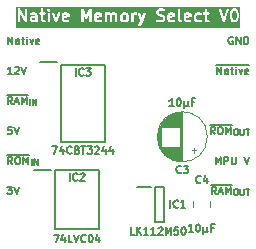
<source format=gto>
%TF.GenerationSoftware,KiCad,Pcbnew,8.0.7*%
%TF.CreationDate,2025-03-13T08:57:24+02:00*%
%TF.ProjectId,HCP65 Native Memory Select,48435036-3520-44e6-9174-697665204d65,V0*%
%TF.SameCoordinates,Original*%
%TF.FileFunction,Legend,Top*%
%TF.FilePolarity,Positive*%
%FSLAX46Y46*%
G04 Gerber Fmt 4.6, Leading zero omitted, Abs format (unit mm)*
G04 Created by KiCad (PCBNEW 8.0.7) date 2025-03-13 08:57:24*
%MOMM*%
%LPD*%
G01*
G04 APERTURE LIST*
%ADD10C,0.150000*%
%ADD11C,0.200000*%
%ADD12C,0.120000*%
G04 APERTURE END LIST*
D10*
X1568255Y-7270963D02*
X1265874Y-7270963D01*
X1265874Y-7270963D02*
X1235636Y-7573344D01*
X1235636Y-7573344D02*
X1265874Y-7543105D01*
X1265874Y-7543105D02*
X1326350Y-7512867D01*
X1326350Y-7512867D02*
X1477541Y-7512867D01*
X1477541Y-7512867D02*
X1538017Y-7543105D01*
X1538017Y-7543105D02*
X1568255Y-7573344D01*
X1568255Y-7573344D02*
X1598493Y-7633820D01*
X1598493Y-7633820D02*
X1598493Y-7785010D01*
X1598493Y-7785010D02*
X1568255Y-7845486D01*
X1568255Y-7845486D02*
X1538017Y-7875725D01*
X1538017Y-7875725D02*
X1477541Y-7905963D01*
X1477541Y-7905963D02*
X1326350Y-7905963D01*
X1326350Y-7905963D02*
X1265874Y-7875725D01*
X1265874Y-7875725D02*
X1235636Y-7845486D01*
X1779922Y-7270963D02*
X1991588Y-7905963D01*
X1991588Y-7905963D02*
X2203255Y-7270963D01*
X1205398Y-12350963D02*
X1598493Y-12350963D01*
X1598493Y-12350963D02*
X1386826Y-12592867D01*
X1386826Y-12592867D02*
X1477541Y-12592867D01*
X1477541Y-12592867D02*
X1538017Y-12623105D01*
X1538017Y-12623105D02*
X1568255Y-12653344D01*
X1568255Y-12653344D02*
X1598493Y-12713820D01*
X1598493Y-12713820D02*
X1598493Y-12865010D01*
X1598493Y-12865010D02*
X1568255Y-12925486D01*
X1568255Y-12925486D02*
X1538017Y-12955725D01*
X1538017Y-12955725D02*
X1477541Y-12985963D01*
X1477541Y-12985963D02*
X1296112Y-12985963D01*
X1296112Y-12985963D02*
X1235636Y-12955725D01*
X1235636Y-12955725D02*
X1205398Y-12925486D01*
X1779922Y-12350963D02*
X1991588Y-12985963D01*
X1991588Y-12985963D02*
X2203255Y-12350963D01*
X18842458Y-10445963D02*
X18842458Y-9810963D01*
X18842458Y-9810963D02*
X19054125Y-10264534D01*
X19054125Y-10264534D02*
X19265791Y-9810963D01*
X19265791Y-9810963D02*
X19265791Y-10445963D01*
X19568172Y-10445963D02*
X19568172Y-9810963D01*
X19568172Y-9810963D02*
X19810077Y-9810963D01*
X19810077Y-9810963D02*
X19870553Y-9841201D01*
X19870553Y-9841201D02*
X19900791Y-9871439D01*
X19900791Y-9871439D02*
X19931029Y-9931915D01*
X19931029Y-9931915D02*
X19931029Y-10022629D01*
X19931029Y-10022629D02*
X19900791Y-10083105D01*
X19900791Y-10083105D02*
X19870553Y-10113344D01*
X19870553Y-10113344D02*
X19810077Y-10143582D01*
X19810077Y-10143582D02*
X19568172Y-10143582D01*
X20203172Y-9810963D02*
X20203172Y-10325010D01*
X20203172Y-10325010D02*
X20233410Y-10385486D01*
X20233410Y-10385486D02*
X20263648Y-10415725D01*
X20263648Y-10415725D02*
X20324124Y-10445963D01*
X20324124Y-10445963D02*
X20445077Y-10445963D01*
X20445077Y-10445963D02*
X20505553Y-10415725D01*
X20505553Y-10415725D02*
X20535791Y-10385486D01*
X20535791Y-10385486D02*
X20566029Y-10325010D01*
X20566029Y-10325010D02*
X20566029Y-9810963D01*
X21261506Y-9810963D02*
X21473172Y-10445963D01*
X21473172Y-10445963D02*
X21684839Y-9810963D01*
X1628731Y-10445963D02*
X1417064Y-10143582D01*
X1265874Y-10445963D02*
X1265874Y-9810963D01*
X1265874Y-9810963D02*
X1507779Y-9810963D01*
X1507779Y-9810963D02*
X1568255Y-9841201D01*
X1568255Y-9841201D02*
X1598493Y-9871439D01*
X1598493Y-9871439D02*
X1628731Y-9931915D01*
X1628731Y-9931915D02*
X1628731Y-10022629D01*
X1628731Y-10022629D02*
X1598493Y-10083105D01*
X1598493Y-10083105D02*
X1568255Y-10113344D01*
X1568255Y-10113344D02*
X1507779Y-10143582D01*
X1507779Y-10143582D02*
X1265874Y-10143582D01*
X2021826Y-9810963D02*
X2142779Y-9810963D01*
X2142779Y-9810963D02*
X2203255Y-9841201D01*
X2203255Y-9841201D02*
X2263731Y-9901677D01*
X2263731Y-9901677D02*
X2293969Y-10022629D01*
X2293969Y-10022629D02*
X2293969Y-10234296D01*
X2293969Y-10234296D02*
X2263731Y-10355248D01*
X2263731Y-10355248D02*
X2203255Y-10415725D01*
X2203255Y-10415725D02*
X2142779Y-10445963D01*
X2142779Y-10445963D02*
X2021826Y-10445963D01*
X2021826Y-10445963D02*
X1961350Y-10415725D01*
X1961350Y-10415725D02*
X1900874Y-10355248D01*
X1900874Y-10355248D02*
X1870636Y-10234296D01*
X1870636Y-10234296D02*
X1870636Y-10022629D01*
X1870636Y-10022629D02*
X1900874Y-9901677D01*
X1900874Y-9901677D02*
X1961350Y-9841201D01*
X1961350Y-9841201D02*
X2021826Y-9810963D01*
X2566112Y-10445963D02*
X2566112Y-9810963D01*
X2566112Y-9810963D02*
X2777779Y-10264534D01*
X2777779Y-10264534D02*
X2989445Y-9810963D01*
X2989445Y-9810963D02*
X2989445Y-10445963D01*
X1178184Y-9634675D02*
X3077136Y-9634675D01*
X3261588Y-10516115D02*
X3261588Y-10008115D01*
X3503493Y-10516115D02*
X3503493Y-10008115D01*
X3503493Y-10008115D02*
X3793779Y-10516115D01*
X3793779Y-10516115D02*
X3793779Y-10008115D01*
X1265874Y-285963D02*
X1265874Y349036D01*
X1265874Y349036D02*
X1628731Y-285963D01*
X1628731Y-285963D02*
X1628731Y349036D01*
X2203255Y-285963D02*
X2203255Y46655D01*
X2203255Y46655D02*
X2173017Y107132D01*
X2173017Y107132D02*
X2112541Y137370D01*
X2112541Y137370D02*
X1991588Y137370D01*
X1991588Y137370D02*
X1931112Y107132D01*
X2203255Y-255725D02*
X2142779Y-285963D01*
X2142779Y-285963D02*
X1991588Y-285963D01*
X1991588Y-285963D02*
X1931112Y-255725D01*
X1931112Y-255725D02*
X1900874Y-195248D01*
X1900874Y-195248D02*
X1900874Y-134772D01*
X1900874Y-134772D02*
X1931112Y-74296D01*
X1931112Y-74296D02*
X1991588Y-44058D01*
X1991588Y-44058D02*
X2142779Y-44058D01*
X2142779Y-44058D02*
X2203255Y-13820D01*
X2414922Y137370D02*
X2656826Y137370D01*
X2505636Y349036D02*
X2505636Y-195248D01*
X2505636Y-195248D02*
X2535874Y-255725D01*
X2535874Y-255725D02*
X2596350Y-285963D01*
X2596350Y-285963D02*
X2656826Y-285963D01*
X2868493Y-285963D02*
X2868493Y137370D01*
X2868493Y349036D02*
X2838255Y318798D01*
X2838255Y318798D02*
X2868493Y288560D01*
X2868493Y288560D02*
X2898731Y318798D01*
X2898731Y318798D02*
X2868493Y349036D01*
X2868493Y349036D02*
X2868493Y288560D01*
X3110398Y137370D02*
X3261588Y-285963D01*
X3261588Y-285963D02*
X3412779Y137370D01*
X3896589Y-255725D02*
X3836113Y-285963D01*
X3836113Y-285963D02*
X3715160Y-285963D01*
X3715160Y-285963D02*
X3654684Y-255725D01*
X3654684Y-255725D02*
X3624446Y-195248D01*
X3624446Y-195248D02*
X3624446Y46655D01*
X3624446Y46655D02*
X3654684Y107132D01*
X3654684Y107132D02*
X3715160Y137370D01*
X3715160Y137370D02*
X3836113Y137370D01*
X3836113Y137370D02*
X3896589Y107132D01*
X3896589Y107132D02*
X3926827Y46655D01*
X3926827Y46655D02*
X3926827Y-13820D01*
X3926827Y-13820D02*
X3624446Y-74296D01*
X1598493Y-2825963D02*
X1235636Y-2825963D01*
X1417064Y-2825963D02*
X1417064Y-2190963D01*
X1417064Y-2190963D02*
X1356588Y-2281677D01*
X1356588Y-2281677D02*
X1296112Y-2342153D01*
X1296112Y-2342153D02*
X1235636Y-2372391D01*
X1840398Y-2251439D02*
X1870636Y-2221201D01*
X1870636Y-2221201D02*
X1931112Y-2190963D01*
X1931112Y-2190963D02*
X2082303Y-2190963D01*
X2082303Y-2190963D02*
X2142779Y-2221201D01*
X2142779Y-2221201D02*
X2173017Y-2251439D01*
X2173017Y-2251439D02*
X2203255Y-2311915D01*
X2203255Y-2311915D02*
X2203255Y-2372391D01*
X2203255Y-2372391D02*
X2173017Y-2463105D01*
X2173017Y-2463105D02*
X1810160Y-2825963D01*
X1810160Y-2825963D02*
X2203255Y-2825963D01*
X2384684Y-2190963D02*
X2596350Y-2825963D01*
X2596350Y-2825963D02*
X2808017Y-2190963D01*
X18963410Y-2825963D02*
X18963410Y-2190963D01*
X18963410Y-2190963D02*
X19326267Y-2825963D01*
X19326267Y-2825963D02*
X19326267Y-2190963D01*
X19900791Y-2825963D02*
X19900791Y-2493344D01*
X19900791Y-2493344D02*
X19870553Y-2432867D01*
X19870553Y-2432867D02*
X19810077Y-2402629D01*
X19810077Y-2402629D02*
X19689124Y-2402629D01*
X19689124Y-2402629D02*
X19628648Y-2432867D01*
X19900791Y-2795725D02*
X19840315Y-2825963D01*
X19840315Y-2825963D02*
X19689124Y-2825963D01*
X19689124Y-2825963D02*
X19628648Y-2795725D01*
X19628648Y-2795725D02*
X19598410Y-2735248D01*
X19598410Y-2735248D02*
X19598410Y-2674772D01*
X19598410Y-2674772D02*
X19628648Y-2614296D01*
X19628648Y-2614296D02*
X19689124Y-2584058D01*
X19689124Y-2584058D02*
X19840315Y-2584058D01*
X19840315Y-2584058D02*
X19900791Y-2553820D01*
X20112458Y-2402629D02*
X20354362Y-2402629D01*
X20203172Y-2190963D02*
X20203172Y-2735248D01*
X20203172Y-2735248D02*
X20233410Y-2795725D01*
X20233410Y-2795725D02*
X20293886Y-2825963D01*
X20293886Y-2825963D02*
X20354362Y-2825963D01*
X20566029Y-2825963D02*
X20566029Y-2402629D01*
X20566029Y-2190963D02*
X20535791Y-2221201D01*
X20535791Y-2221201D02*
X20566029Y-2251439D01*
X20566029Y-2251439D02*
X20596267Y-2221201D01*
X20596267Y-2221201D02*
X20566029Y-2190963D01*
X20566029Y-2190963D02*
X20566029Y-2251439D01*
X20807934Y-2402629D02*
X20959124Y-2825963D01*
X20959124Y-2825963D02*
X21110315Y-2402629D01*
X21594125Y-2795725D02*
X21533649Y-2825963D01*
X21533649Y-2825963D02*
X21412696Y-2825963D01*
X21412696Y-2825963D02*
X21352220Y-2795725D01*
X21352220Y-2795725D02*
X21321982Y-2735248D01*
X21321982Y-2735248D02*
X21321982Y-2493344D01*
X21321982Y-2493344D02*
X21352220Y-2432867D01*
X21352220Y-2432867D02*
X21412696Y-2402629D01*
X21412696Y-2402629D02*
X21533649Y-2402629D01*
X21533649Y-2402629D02*
X21594125Y-2432867D01*
X21594125Y-2432867D02*
X21624363Y-2493344D01*
X21624363Y-2493344D02*
X21624363Y-2553820D01*
X21624363Y-2553820D02*
X21321982Y-2614296D01*
X18875720Y-2014675D02*
X21681816Y-2014675D01*
X18902935Y-12985963D02*
X18691268Y-12683582D01*
X18540078Y-12985963D02*
X18540078Y-12350963D01*
X18540078Y-12350963D02*
X18781983Y-12350963D01*
X18781983Y-12350963D02*
X18842459Y-12381201D01*
X18842459Y-12381201D02*
X18872697Y-12411439D01*
X18872697Y-12411439D02*
X18902935Y-12471915D01*
X18902935Y-12471915D02*
X18902935Y-12562629D01*
X18902935Y-12562629D02*
X18872697Y-12623105D01*
X18872697Y-12623105D02*
X18842459Y-12653344D01*
X18842459Y-12653344D02*
X18781983Y-12683582D01*
X18781983Y-12683582D02*
X18540078Y-12683582D01*
X19144840Y-12804534D02*
X19447221Y-12804534D01*
X19084364Y-12985963D02*
X19296030Y-12350963D01*
X19296030Y-12350963D02*
X19507697Y-12985963D01*
X19719364Y-12985963D02*
X19719364Y-12350963D01*
X19719364Y-12350963D02*
X19931031Y-12804534D01*
X19931031Y-12804534D02*
X20142697Y-12350963D01*
X20142697Y-12350963D02*
X20142697Y-12985963D01*
X18452388Y-12174675D02*
X20230388Y-12174675D01*
X20511602Y-12548115D02*
X20608364Y-12548115D01*
X20608364Y-12548115D02*
X20656745Y-12572305D01*
X20656745Y-12572305D02*
X20705126Y-12620686D01*
X20705126Y-12620686D02*
X20729316Y-12717448D01*
X20729316Y-12717448D02*
X20729316Y-12886782D01*
X20729316Y-12886782D02*
X20705126Y-12983544D01*
X20705126Y-12983544D02*
X20656745Y-13031925D01*
X20656745Y-13031925D02*
X20608364Y-13056115D01*
X20608364Y-13056115D02*
X20511602Y-13056115D01*
X20511602Y-13056115D02*
X20463221Y-13031925D01*
X20463221Y-13031925D02*
X20414840Y-12983544D01*
X20414840Y-12983544D02*
X20390649Y-12886782D01*
X20390649Y-12886782D02*
X20390649Y-12717448D01*
X20390649Y-12717448D02*
X20414840Y-12620686D01*
X20414840Y-12620686D02*
X20463221Y-12572305D01*
X20463221Y-12572305D02*
X20511602Y-12548115D01*
X20947030Y-12548115D02*
X20947030Y-12959353D01*
X20947030Y-12959353D02*
X20971220Y-13007734D01*
X20971220Y-13007734D02*
X20995411Y-13031925D01*
X20995411Y-13031925D02*
X21043792Y-13056115D01*
X21043792Y-13056115D02*
X21140554Y-13056115D01*
X21140554Y-13056115D02*
X21188935Y-13031925D01*
X21188935Y-13031925D02*
X21213125Y-13007734D01*
X21213125Y-13007734D02*
X21237316Y-12959353D01*
X21237316Y-12959353D02*
X21237316Y-12548115D01*
X21406648Y-12548115D02*
X21696934Y-12548115D01*
X21551791Y-13056115D02*
X21551791Y-12548115D01*
D11*
G36*
X3568093Y1766202D02*
G01*
X3549249Y1756780D01*
X3358366Y1756780D01*
X3314058Y1778934D01*
X3291903Y1823245D01*
X3291903Y1871268D01*
X3314058Y1915578D01*
X3358367Y1937733D01*
X3568093Y1937733D01*
X3568093Y1766202D01*
G37*
G36*
X6260224Y2201291D02*
G01*
X6277674Y2166391D01*
X6006189Y2112094D01*
X6006189Y2156982D01*
X6028344Y2201292D01*
X6072653Y2223447D01*
X6215915Y2223447D01*
X6260224Y2201291D01*
G37*
G36*
X9022129Y2201291D02*
G01*
X9039579Y2166391D01*
X8768094Y2112094D01*
X8768094Y2156982D01*
X8790249Y2201292D01*
X8834558Y2223447D01*
X8977820Y2223447D01*
X9022129Y2201291D01*
G37*
G36*
X11227905Y2193641D02*
G01*
X11252574Y2168973D01*
X11282379Y2109364D01*
X11282379Y1870864D01*
X11252574Y1811254D01*
X11227903Y1786583D01*
X11168297Y1756780D01*
X11072652Y1756780D01*
X11013044Y1786584D01*
X10988375Y1811254D01*
X10958570Y1870864D01*
X10958570Y2109363D01*
X10988375Y2168973D01*
X11013043Y2193642D01*
X11072653Y2223447D01*
X11168296Y2223447D01*
X11227905Y2193641D01*
G37*
G36*
X15212606Y2201291D02*
G01*
X15230056Y2166391D01*
X14958571Y2112094D01*
X14958571Y2156982D01*
X14980726Y2201292D01*
X15025035Y2223447D01*
X15168297Y2223447D01*
X15212606Y2201291D01*
G37*
G36*
X16593559Y2201291D02*
G01*
X16611009Y2166391D01*
X16339524Y2112094D01*
X16339524Y2156982D01*
X16361679Y2201292D01*
X16405988Y2223447D01*
X16549250Y2223447D01*
X16593559Y2201291D01*
G37*
G36*
X20513622Y2526974D02*
G01*
X20538291Y2502306D01*
X20573744Y2431399D01*
X20615715Y2263518D01*
X20615715Y2050042D01*
X20573744Y1882161D01*
X20538291Y1811254D01*
X20513620Y1786583D01*
X20454014Y1756780D01*
X20405988Y1756780D01*
X20346380Y1786584D01*
X20321711Y1811254D01*
X20286257Y1882161D01*
X20244287Y2050043D01*
X20244287Y2263518D01*
X20286257Y2431399D01*
X20321711Y2502306D01*
X20346379Y2526975D01*
X20405989Y2556780D01*
X20454013Y2556780D01*
X20513622Y2526974D01*
G37*
G36*
X20926826Y1113121D02*
G01*
X1980792Y1113121D01*
X1980792Y1335954D01*
X12235546Y1335954D01*
X12238312Y1297034D01*
X12255761Y1262135D01*
X12285238Y1236571D01*
X12322254Y1224232D01*
X12361174Y1226998D01*
X12379482Y1234004D01*
X12474720Y1281623D01*
X12483116Y1286908D01*
X12485556Y1287919D01*
X12488302Y1290172D01*
X12491310Y1292066D01*
X12493039Y1294060D01*
X12500710Y1300355D01*
X12548328Y1347974D01*
X12560765Y1363127D01*
X12561002Y1363701D01*
X12561437Y1364146D01*
X12570466Y1381546D01*
X12665704Y1619641D01*
X12666228Y1621447D01*
X12667030Y1623146D01*
X12905125Y2289813D01*
X12909878Y2308832D01*
X12907940Y2347802D01*
X12891237Y2383064D01*
X12862311Y2409250D01*
X12825566Y2422373D01*
X12786596Y2420436D01*
X12751334Y2403732D01*
X12725147Y2374807D01*
X12716777Y2357080D01*
X12572856Y1954101D01*
X12428935Y2357081D01*
X12420565Y2374807D01*
X12394378Y2403733D01*
X12359116Y2420436D01*
X12320146Y2422374D01*
X12283401Y2409251D01*
X12254475Y2383064D01*
X12237772Y2347802D01*
X12235834Y2308832D01*
X12240587Y2289813D01*
X12465954Y1658784D01*
X12392392Y1474881D01*
X12370763Y1453252D01*
X12290040Y1412890D01*
X12273449Y1402447D01*
X12247885Y1372970D01*
X12235546Y1335954D01*
X1980792Y1335954D01*
X1980792Y2656780D01*
X2091903Y2656780D01*
X2091903Y1656780D01*
X2093824Y1637271D01*
X2108756Y1601223D01*
X2136346Y1573633D01*
X2172394Y1558701D01*
X2211412Y1558701D01*
X2247460Y1573633D01*
X2275050Y1601223D01*
X2289982Y1637271D01*
X2291903Y1656780D01*
X2291903Y2280223D01*
X2676507Y1607166D01*
X2679425Y1603055D01*
X2680184Y1601223D01*
X2682050Y1599356D01*
X2687854Y1591181D01*
X2698370Y1583036D01*
X2707774Y1573633D01*
X2713661Y1571194D01*
X2718703Y1567290D01*
X2731535Y1563790D01*
X2743822Y1558701D01*
X2750198Y1558701D01*
X2756347Y1557024D01*
X2769540Y1558701D01*
X2782840Y1558701D01*
X2788728Y1561140D01*
X2795053Y1561944D01*
X2806602Y1568544D01*
X2818888Y1573633D01*
X2823395Y1578140D01*
X2828930Y1581303D01*
X2837074Y1591819D01*
X2846478Y1601223D01*
X2848916Y1607110D01*
X2852821Y1612152D01*
X2856320Y1624984D01*
X2861410Y1637271D01*
X2862392Y1647248D01*
X2863087Y1649795D01*
X2862836Y1651762D01*
X2863331Y1656780D01*
X2863331Y1894876D01*
X3091903Y1894876D01*
X3091903Y1799638D01*
X3093824Y1780129D01*
X3095199Y1776808D01*
X3095454Y1773225D01*
X3102460Y1754917D01*
X3150079Y1659679D01*
X3152131Y1656418D01*
X3152645Y1654878D01*
X3154308Y1652960D01*
X3160522Y1643089D01*
X3169994Y1634873D01*
X3178210Y1625401D01*
X3188081Y1619187D01*
X3189999Y1617524D01*
X3191539Y1617010D01*
X3194800Y1614958D01*
X3290038Y1567338D01*
X3308347Y1560331D01*
X3311930Y1560076D01*
X3315251Y1558701D01*
X3334760Y1556780D01*
X3572855Y1556780D01*
X3592364Y1558701D01*
X3595683Y1560076D01*
X3599269Y1560331D01*
X3617577Y1567338D01*
X3622178Y1569638D01*
X3648584Y1558701D01*
X3687602Y1558701D01*
X3723650Y1573633D01*
X3751240Y1601223D01*
X3766172Y1637271D01*
X3768093Y1656780D01*
X3768093Y2180590D01*
X3766172Y2200099D01*
X3764796Y2203419D01*
X3764542Y2207003D01*
X3757536Y2225312D01*
X3709917Y2320549D01*
X3707862Y2323812D01*
X3707350Y2325351D01*
X3705688Y2327266D01*
X3699474Y2337140D01*
X3692767Y2342956D01*
X3903348Y2342956D01*
X3903348Y2303938D01*
X3918280Y2267890D01*
X3945870Y2240300D01*
X3981918Y2225368D01*
X4001427Y2223447D01*
X4044284Y2223447D01*
X4044284Y1799638D01*
X4046205Y1780129D01*
X4047580Y1776808D01*
X4047835Y1773225D01*
X4054841Y1754917D01*
X4102460Y1659679D01*
X4104512Y1656418D01*
X4105026Y1654878D01*
X4106689Y1652960D01*
X4112903Y1643089D01*
X4122375Y1634873D01*
X4130591Y1625401D01*
X4140462Y1619187D01*
X4142380Y1617524D01*
X4143920Y1617010D01*
X4147181Y1614958D01*
X4242419Y1567338D01*
X4260728Y1560331D01*
X4264311Y1560076D01*
X4267632Y1558701D01*
X4287141Y1556780D01*
X4382379Y1556780D01*
X4401888Y1558701D01*
X4437936Y1573633D01*
X4465526Y1601223D01*
X4480458Y1637271D01*
X4480458Y1676289D01*
X4465526Y1712337D01*
X4437936Y1739927D01*
X4401888Y1754859D01*
X4382379Y1756780D01*
X4310747Y1756780D01*
X4266439Y1778934D01*
X4244284Y1823245D01*
X4244284Y2223447D01*
X4382379Y2223447D01*
X4401888Y2225368D01*
X4437936Y2240300D01*
X4465526Y2267890D01*
X4480458Y2303938D01*
X4480458Y2323447D01*
X4615713Y2323447D01*
X4615713Y1656780D01*
X4617634Y1637271D01*
X4632566Y1601223D01*
X4660156Y1573633D01*
X4696204Y1558701D01*
X4735222Y1558701D01*
X4771270Y1573633D01*
X4798860Y1601223D01*
X4813792Y1637271D01*
X4815713Y1656780D01*
X4815713Y2308832D01*
X4997738Y2308832D01*
X5002491Y2289813D01*
X5240586Y1623147D01*
X5248956Y1605420D01*
X5252326Y1601697D01*
X5254474Y1597163D01*
X5265325Y1587339D01*
X5275143Y1576495D01*
X5279675Y1574347D01*
X5283400Y1570976D01*
X5297190Y1566051D01*
X5310405Y1559791D01*
X5315415Y1559541D01*
X5320145Y1557853D01*
X5334766Y1558580D01*
X5349375Y1557854D01*
X5354100Y1559541D01*
X5359115Y1559791D01*
X5372341Y1566056D01*
X5386120Y1570977D01*
X5389840Y1574345D01*
X5394377Y1576494D01*
X5404199Y1587344D01*
X5415046Y1597163D01*
X5417193Y1601697D01*
X5420564Y1605420D01*
X5428934Y1623146D01*
X5628021Y2180590D01*
X5806189Y2180590D01*
X5806189Y1799638D01*
X5808110Y1780129D01*
X5809485Y1776808D01*
X5809740Y1773225D01*
X5816746Y1754917D01*
X5864365Y1659679D01*
X5866417Y1656418D01*
X5866931Y1654878D01*
X5868594Y1652960D01*
X5874808Y1643089D01*
X5884280Y1634873D01*
X5892496Y1625401D01*
X5902367Y1619187D01*
X5904285Y1617524D01*
X5905825Y1617010D01*
X5909086Y1614958D01*
X6004324Y1567338D01*
X6022633Y1560331D01*
X6026216Y1560076D01*
X6029537Y1558701D01*
X6049046Y1556780D01*
X6239522Y1556780D01*
X6259031Y1558701D01*
X6262350Y1560076D01*
X6265936Y1560331D01*
X6284244Y1567338D01*
X6379482Y1614958D01*
X6396073Y1625401D01*
X6421637Y1654878D01*
X6433975Y1691894D01*
X6431209Y1730814D01*
X6413760Y1765712D01*
X6384283Y1791277D01*
X6347267Y1803615D01*
X6308347Y1800849D01*
X6290038Y1793842D01*
X6215916Y1756780D01*
X6072652Y1756780D01*
X6028344Y1778934D01*
X6006189Y1823245D01*
X6006189Y1908133D01*
X6401885Y1987273D01*
X6401888Y1987273D01*
X6401890Y1987274D01*
X6401990Y1987294D01*
X6420744Y1993004D01*
X6428884Y1998455D01*
X6437936Y2002205D01*
X6444937Y2009206D01*
X6453163Y2014715D01*
X6458597Y2022866D01*
X6465526Y2029795D01*
X6469315Y2038942D01*
X6474807Y2047180D01*
X6476708Y2056790D01*
X6480458Y2065843D01*
X6482379Y2085352D01*
X6482379Y2180590D01*
X6480458Y2200099D01*
X6479082Y2203419D01*
X6478828Y2207003D01*
X6471822Y2225312D01*
X6424203Y2320549D01*
X6422148Y2323812D01*
X6421636Y2325351D01*
X6419974Y2327266D01*
X6413760Y2337140D01*
X6404284Y2345357D01*
X6396071Y2354828D01*
X6386199Y2361041D01*
X6384283Y2362704D01*
X6382744Y2363217D01*
X6379481Y2365271D01*
X6284243Y2412890D01*
X6265935Y2419896D01*
X6262351Y2420150D01*
X6259031Y2421526D01*
X6239522Y2423447D01*
X6049046Y2423447D01*
X6029537Y2421526D01*
X6026216Y2420150D01*
X6022633Y2419896D01*
X6004324Y2412890D01*
X5909087Y2365271D01*
X5905823Y2363216D01*
X5904285Y2362704D01*
X5902369Y2361042D01*
X5892496Y2354828D01*
X5884278Y2345352D01*
X5874808Y2337139D01*
X5868594Y2327267D01*
X5866932Y2325351D01*
X5866418Y2323812D01*
X5864365Y2320549D01*
X5816746Y2225311D01*
X5809740Y2207003D01*
X5809485Y2203419D01*
X5808110Y2200099D01*
X5806189Y2180590D01*
X5628021Y2180590D01*
X5667029Y2289813D01*
X5671782Y2308832D01*
X5669844Y2347802D01*
X5653141Y2383064D01*
X5624215Y2409250D01*
X5587470Y2422373D01*
X5548500Y2420436D01*
X5513238Y2403732D01*
X5487051Y2374807D01*
X5478681Y2357080D01*
X5334760Y1954101D01*
X5190839Y2357081D01*
X5182469Y2374807D01*
X5156282Y2403733D01*
X5121020Y2420436D01*
X5082050Y2422374D01*
X5045305Y2409251D01*
X5016379Y2383064D01*
X4999676Y2347802D01*
X4997738Y2308832D01*
X4815713Y2308832D01*
X4815713Y2323447D01*
X4813792Y2342956D01*
X4798860Y2379004D01*
X4771270Y2406594D01*
X4735222Y2421526D01*
X4696204Y2421526D01*
X4660156Y2406594D01*
X4632566Y2379004D01*
X4617634Y2342956D01*
X4615713Y2323447D01*
X4480458Y2323447D01*
X4480458Y2342956D01*
X4465526Y2379004D01*
X4437936Y2406594D01*
X4401888Y2421526D01*
X4382379Y2423447D01*
X4244284Y2423447D01*
X4244284Y2628670D01*
X4570015Y2628670D01*
X4570015Y2589652D01*
X4584947Y2553604D01*
X4597383Y2538450D01*
X4645002Y2490832D01*
X4660155Y2478395D01*
X4670713Y2474021D01*
X4696204Y2463463D01*
X4735222Y2463463D01*
X4771270Y2478395D01*
X4786424Y2490831D01*
X4834042Y2538450D01*
X4846479Y2553603D01*
X4861410Y2589652D01*
X4861410Y2628670D01*
X4858550Y2635574D01*
X4849767Y2656780D01*
X7472856Y2656780D01*
X7472856Y1656780D01*
X7474777Y1637271D01*
X7489709Y1601223D01*
X7517299Y1573633D01*
X7553347Y1558701D01*
X7592365Y1558701D01*
X7628413Y1573633D01*
X7656003Y1601223D01*
X7670935Y1637271D01*
X7672856Y1656780D01*
X7672856Y2206023D01*
X7815571Y1900206D01*
X7819803Y1893060D01*
X7820683Y1890643D01*
X7822248Y1888933D01*
X7825562Y1883340D01*
X7836772Y1873073D01*
X7847034Y1861868D01*
X7851059Y1859989D01*
X7854337Y1856988D01*
X7868619Y1851794D01*
X7882392Y1845367D01*
X7886831Y1845171D01*
X7891006Y1843654D01*
X7906189Y1844321D01*
X7921372Y1843654D01*
X7925545Y1845171D01*
X7929987Y1845367D01*
X7943771Y1851799D01*
X7958041Y1856989D01*
X7961314Y1859986D01*
X7965344Y1861867D01*
X7975613Y1873081D01*
X7986816Y1883340D01*
X7990127Y1888930D01*
X7991696Y1890643D01*
X7992576Y1893064D01*
X7996807Y1900206D01*
X8139522Y2206024D01*
X8139522Y1656780D01*
X8141443Y1637271D01*
X8156375Y1601223D01*
X8183965Y1573633D01*
X8220013Y1558701D01*
X8259031Y1558701D01*
X8295079Y1573633D01*
X8322669Y1601223D01*
X8337601Y1637271D01*
X8339522Y1656780D01*
X8339522Y2180590D01*
X8568094Y2180590D01*
X8568094Y1799638D01*
X8570015Y1780129D01*
X8571390Y1776808D01*
X8571645Y1773225D01*
X8578651Y1754917D01*
X8626270Y1659679D01*
X8628322Y1656418D01*
X8628836Y1654878D01*
X8630499Y1652960D01*
X8636713Y1643089D01*
X8646185Y1634873D01*
X8654401Y1625401D01*
X8664272Y1619187D01*
X8666190Y1617524D01*
X8667730Y1617010D01*
X8670991Y1614958D01*
X8766229Y1567338D01*
X8784538Y1560331D01*
X8788121Y1560076D01*
X8791442Y1558701D01*
X8810951Y1556780D01*
X9001427Y1556780D01*
X9020936Y1558701D01*
X9024255Y1560076D01*
X9027841Y1560331D01*
X9046149Y1567338D01*
X9141387Y1614958D01*
X9157978Y1625401D01*
X9183542Y1654878D01*
X9195880Y1691894D01*
X9193114Y1730814D01*
X9175665Y1765712D01*
X9146188Y1791277D01*
X9109172Y1803615D01*
X9070252Y1800849D01*
X9051943Y1793842D01*
X8977821Y1756780D01*
X8834557Y1756780D01*
X8790249Y1778934D01*
X8768094Y1823245D01*
X8768094Y1908133D01*
X9163790Y1987273D01*
X9163793Y1987273D01*
X9163795Y1987274D01*
X9163895Y1987294D01*
X9182649Y1993004D01*
X9190789Y1998455D01*
X9199841Y2002205D01*
X9206842Y2009206D01*
X9215068Y2014715D01*
X9220502Y2022866D01*
X9227431Y2029795D01*
X9231220Y2038942D01*
X9236712Y2047180D01*
X9238613Y2056790D01*
X9242363Y2065843D01*
X9244284Y2085352D01*
X9244284Y2180590D01*
X9242363Y2200099D01*
X9240987Y2203419D01*
X9240733Y2207003D01*
X9233727Y2225312D01*
X9186108Y2320549D01*
X9184283Y2323447D01*
X9472856Y2323447D01*
X9472856Y1656780D01*
X9474777Y1637271D01*
X9489709Y1601223D01*
X9517299Y1573633D01*
X9553347Y1558701D01*
X9592365Y1558701D01*
X9628413Y1573633D01*
X9656003Y1601223D01*
X9670935Y1637271D01*
X9672856Y1656780D01*
X9672856Y2186787D01*
X9679710Y2193642D01*
X9739320Y2223447D01*
X9834963Y2223447D01*
X9879272Y2201291D01*
X9901427Y2156983D01*
X9901427Y1656780D01*
X9903348Y1637271D01*
X9918280Y1601223D01*
X9945870Y1573633D01*
X9981918Y1558701D01*
X10020936Y1558701D01*
X10056984Y1573633D01*
X10084574Y1601223D01*
X10099506Y1637271D01*
X10101427Y1656780D01*
X10101427Y2156982D01*
X10123582Y2201292D01*
X10167891Y2223447D01*
X10263534Y2223447D01*
X10307844Y2201292D01*
X10329999Y2156983D01*
X10329999Y1656780D01*
X10331920Y1637271D01*
X10346852Y1601223D01*
X10374442Y1573633D01*
X10410490Y1558701D01*
X10449508Y1558701D01*
X10485556Y1573633D01*
X10513146Y1601223D01*
X10528078Y1637271D01*
X10529999Y1656780D01*
X10529999Y2132971D01*
X10758570Y2132971D01*
X10758570Y1847257D01*
X10760491Y1827748D01*
X10761866Y1824427D01*
X10762121Y1820844D01*
X10769127Y1802536D01*
X10816746Y1707298D01*
X10822031Y1698901D01*
X10823042Y1696462D01*
X10825295Y1693715D01*
X10827189Y1690708D01*
X10829183Y1688978D01*
X10835478Y1681308D01*
X10883097Y1633690D01*
X10890766Y1627395D01*
X10892496Y1625401D01*
X10895500Y1623509D01*
X10898250Y1621253D01*
X10900693Y1620241D01*
X10909086Y1614958D01*
X11004324Y1567338D01*
X11022633Y1560331D01*
X11026216Y1560076D01*
X11029537Y1558701D01*
X11049046Y1556780D01*
X11191903Y1556780D01*
X11211412Y1558701D01*
X11214731Y1560076D01*
X11218317Y1560331D01*
X11236625Y1567338D01*
X11331863Y1614958D01*
X11340258Y1620242D01*
X11342698Y1621253D01*
X11345443Y1623506D01*
X11348454Y1625401D01*
X11350185Y1627397D01*
X11357852Y1633689D01*
X11405470Y1681308D01*
X11411762Y1688974D01*
X11413760Y1690707D01*
X11415653Y1693715D01*
X11417907Y1696461D01*
X11418917Y1698901D01*
X11424203Y1707298D01*
X11471822Y1802535D01*
X11478828Y1820844D01*
X11479082Y1824427D01*
X11480458Y1827748D01*
X11482379Y1847257D01*
X11482379Y2132971D01*
X11480458Y2152480D01*
X11479082Y2155800D01*
X11478828Y2159384D01*
X11471822Y2177693D01*
X11424203Y2272930D01*
X11418917Y2281326D01*
X11417907Y2283767D01*
X11415653Y2286512D01*
X11413760Y2289521D01*
X11411762Y2291253D01*
X11405470Y2298920D01*
X11380944Y2323447D01*
X11710951Y2323447D01*
X11710951Y1656780D01*
X11712872Y1637271D01*
X11727804Y1601223D01*
X11755394Y1573633D01*
X11791442Y1558701D01*
X11830460Y1558701D01*
X11866508Y1573633D01*
X11894098Y1601223D01*
X11909030Y1637271D01*
X11910951Y1656780D01*
X11910951Y2109363D01*
X11940756Y2168973D01*
X11965424Y2193642D01*
X12025034Y2223447D01*
X12096665Y2223447D01*
X12116174Y2225368D01*
X12152222Y2240300D01*
X12179812Y2267890D01*
X12194744Y2303938D01*
X12194744Y2342956D01*
X12179812Y2379004D01*
X12152222Y2406594D01*
X12116174Y2421526D01*
X12096665Y2423447D01*
X12001427Y2423447D01*
X11981918Y2421526D01*
X11978597Y2420150D01*
X11975014Y2419896D01*
X11956705Y2412890D01*
X11892376Y2380725D01*
X11866508Y2406594D01*
X11830460Y2421526D01*
X11791442Y2421526D01*
X11755394Y2406594D01*
X11727804Y2379004D01*
X11712872Y2342956D01*
X11710951Y2323447D01*
X11380944Y2323447D01*
X11357852Y2346539D01*
X11350181Y2352833D01*
X11348452Y2354828D01*
X11345444Y2356721D01*
X11342698Y2358975D01*
X11340258Y2359985D01*
X11331862Y2365271D01*
X11236624Y2412890D01*
X11218316Y2419896D01*
X11214732Y2420150D01*
X11211412Y2421526D01*
X11191903Y2423447D01*
X11049046Y2423447D01*
X11029537Y2421526D01*
X11026216Y2420150D01*
X11022633Y2419896D01*
X11004324Y2412890D01*
X10909087Y2365271D01*
X10900690Y2359985D01*
X10898250Y2358975D01*
X10895504Y2356721D01*
X10892496Y2354828D01*
X10890763Y2352830D01*
X10883097Y2346538D01*
X10835478Y2298920D01*
X10829183Y2291249D01*
X10827189Y2289520D01*
X10825295Y2286512D01*
X10823042Y2283766D01*
X10822031Y2281326D01*
X10816746Y2272930D01*
X10769127Y2177692D01*
X10762121Y2159384D01*
X10761866Y2155800D01*
X10760491Y2152480D01*
X10758570Y2132971D01*
X10529999Y2132971D01*
X10529999Y2180590D01*
X10528078Y2200099D01*
X10526702Y2203419D01*
X10526448Y2207003D01*
X10519442Y2225312D01*
X10471823Y2320549D01*
X10469769Y2323811D01*
X10469256Y2325352D01*
X10467592Y2327269D01*
X10461380Y2337140D01*
X10451905Y2345356D01*
X10443691Y2354828D01*
X10433819Y2361041D01*
X10431903Y2362704D01*
X10430364Y2363217D01*
X10427101Y2365271D01*
X10331862Y2412890D01*
X10313553Y2419896D01*
X10309970Y2420150D01*
X10306650Y2421526D01*
X10287141Y2423447D01*
X10144284Y2423447D01*
X10124775Y2421526D01*
X10121454Y2420150D01*
X10117871Y2419896D01*
X10099562Y2412890D01*
X10004325Y2365271D01*
X10001426Y2363446D01*
X9998529Y2365271D01*
X9903291Y2412890D01*
X9884983Y2419896D01*
X9881399Y2420150D01*
X9878079Y2421526D01*
X9858570Y2423447D01*
X9715713Y2423447D01*
X9696204Y2421526D01*
X9692883Y2420150D01*
X9689300Y2419896D01*
X9670991Y2412890D01*
X9638408Y2396598D01*
X9628413Y2406594D01*
X9592365Y2421526D01*
X9553347Y2421526D01*
X9517299Y2406594D01*
X9489709Y2379004D01*
X9474777Y2342956D01*
X9472856Y2323447D01*
X9184283Y2323447D01*
X9184053Y2323812D01*
X9183541Y2325351D01*
X9181879Y2327266D01*
X9175665Y2337140D01*
X9166189Y2345357D01*
X9157976Y2354828D01*
X9148104Y2361041D01*
X9146188Y2362704D01*
X9144649Y2363217D01*
X9141386Y2365271D01*
X9046148Y2412890D01*
X9027840Y2419896D01*
X9024256Y2420150D01*
X9020936Y2421526D01*
X9001427Y2423447D01*
X8810951Y2423447D01*
X8791442Y2421526D01*
X8788121Y2420150D01*
X8784538Y2419896D01*
X8766229Y2412890D01*
X8670992Y2365271D01*
X8667728Y2363216D01*
X8666190Y2362704D01*
X8664274Y2361042D01*
X8654401Y2354828D01*
X8646183Y2345352D01*
X8636713Y2337139D01*
X8630499Y2327267D01*
X8628837Y2325351D01*
X8628323Y2323812D01*
X8626270Y2320549D01*
X8578651Y2225311D01*
X8571645Y2207003D01*
X8571390Y2203419D01*
X8570015Y2200099D01*
X8568094Y2180590D01*
X8339522Y2180590D01*
X8339522Y2466304D01*
X13806190Y2466304D01*
X13806190Y2371066D01*
X13808111Y2351557D01*
X13809486Y2348236D01*
X13809741Y2344653D01*
X13816747Y2326345D01*
X13864366Y2231107D01*
X13869651Y2222710D01*
X13870662Y2220271D01*
X13872915Y2217524D01*
X13874809Y2214517D01*
X13876803Y2212787D01*
X13883098Y2205117D01*
X13930717Y2157499D01*
X13938383Y2151206D01*
X13940116Y2149209D01*
X13943124Y2147315D01*
X13945870Y2145062D01*
X13948310Y2144051D01*
X13956707Y2138766D01*
X14051944Y2091147D01*
X14053372Y2090600D01*
X14053952Y2090171D01*
X14062128Y2087249D01*
X14070253Y2084141D01*
X14070973Y2084089D01*
X14072412Y2083576D01*
X14252237Y2038619D01*
X14323144Y2003165D01*
X14347813Y1978497D01*
X14377618Y1918888D01*
X14377618Y1870864D01*
X14347813Y1811254D01*
X14323142Y1786583D01*
X14263536Y1756780D01*
X14065275Y1756780D01*
X13937813Y1799268D01*
X13918698Y1803615D01*
X13879778Y1800849D01*
X13844879Y1783400D01*
X13819314Y1753924D01*
X13806975Y1716908D01*
X13809741Y1677988D01*
X13827190Y1643089D01*
X13856666Y1617524D01*
X13874567Y1609532D01*
X14017424Y1561912D01*
X14027096Y1559712D01*
X14029538Y1558701D01*
X14033075Y1558352D01*
X14036539Y1557565D01*
X14039173Y1557752D01*
X14049047Y1556780D01*
X14287142Y1556780D01*
X14306651Y1558701D01*
X14309970Y1560076D01*
X14313556Y1560331D01*
X14331864Y1567338D01*
X14427102Y1614958D01*
X14435497Y1620242D01*
X14437937Y1621253D01*
X14440682Y1623506D01*
X14443693Y1625401D01*
X14445424Y1627397D01*
X14453091Y1633689D01*
X14500709Y1681308D01*
X14507001Y1688974D01*
X14508999Y1690707D01*
X14510892Y1693715D01*
X14513146Y1696461D01*
X14514156Y1698901D01*
X14519442Y1707298D01*
X14567061Y1802535D01*
X14574067Y1820844D01*
X14574321Y1824427D01*
X14575697Y1827748D01*
X14577618Y1847257D01*
X14577618Y1942495D01*
X14575697Y1962004D01*
X14574321Y1965324D01*
X14574067Y1968908D01*
X14567061Y1987217D01*
X14519442Y2082454D01*
X14514156Y2090850D01*
X14513146Y2093291D01*
X14510892Y2096036D01*
X14508999Y2099045D01*
X14507001Y2100777D01*
X14500709Y2108444D01*
X14453091Y2156063D01*
X14445420Y2162357D01*
X14443691Y2164352D01*
X14440683Y2166245D01*
X14437937Y2168499D01*
X14435497Y2169509D01*
X14427101Y2174795D01*
X14415511Y2180590D01*
X14758571Y2180590D01*
X14758571Y1799638D01*
X14760492Y1780129D01*
X14761867Y1776808D01*
X14762122Y1773225D01*
X14769128Y1754917D01*
X14816747Y1659679D01*
X14818799Y1656418D01*
X14819313Y1654878D01*
X14820976Y1652960D01*
X14827190Y1643089D01*
X14836662Y1634873D01*
X14844878Y1625401D01*
X14854749Y1619187D01*
X14856667Y1617524D01*
X14858207Y1617010D01*
X14861468Y1614958D01*
X14956706Y1567338D01*
X14975015Y1560331D01*
X14978598Y1560076D01*
X14981919Y1558701D01*
X15001428Y1556780D01*
X15191904Y1556780D01*
X15211413Y1558701D01*
X15214732Y1560076D01*
X15218318Y1560331D01*
X15236626Y1567338D01*
X15331864Y1614958D01*
X15348455Y1625401D01*
X15374019Y1654878D01*
X15386357Y1691894D01*
X15383591Y1730814D01*
X15366142Y1765712D01*
X15336665Y1791277D01*
X15299649Y1803615D01*
X15260729Y1800849D01*
X15242420Y1793842D01*
X15168298Y1756780D01*
X15025034Y1756780D01*
X14980726Y1778934D01*
X14958571Y1823245D01*
X14958571Y1908133D01*
X15354267Y1987273D01*
X15354270Y1987273D01*
X15354272Y1987274D01*
X15354372Y1987294D01*
X15373126Y1993004D01*
X15381266Y1998455D01*
X15390318Y2002205D01*
X15397319Y2009206D01*
X15405545Y2014715D01*
X15410979Y2022866D01*
X15417908Y2029795D01*
X15421697Y2038942D01*
X15427189Y2047180D01*
X15429090Y2056790D01*
X15432840Y2065843D01*
X15434761Y2085352D01*
X15434761Y2180590D01*
X15432840Y2200099D01*
X15431464Y2203419D01*
X15431210Y2207003D01*
X15424204Y2225312D01*
X15376585Y2320549D01*
X15374530Y2323812D01*
X15374018Y2325351D01*
X15372356Y2327266D01*
X15366142Y2337140D01*
X15356666Y2345357D01*
X15348453Y2354828D01*
X15338581Y2361041D01*
X15336665Y2362704D01*
X15335126Y2363217D01*
X15331863Y2365271D01*
X15236625Y2412890D01*
X15218317Y2419896D01*
X15214733Y2420150D01*
X15211413Y2421526D01*
X15191904Y2423447D01*
X15001428Y2423447D01*
X14981919Y2421526D01*
X14978598Y2420150D01*
X14975015Y2419896D01*
X14956706Y2412890D01*
X14861469Y2365271D01*
X14858205Y2363216D01*
X14856667Y2362704D01*
X14854751Y2361042D01*
X14844878Y2354828D01*
X14836660Y2345352D01*
X14827190Y2337139D01*
X14820976Y2327267D01*
X14819314Y2325351D01*
X14818800Y2323812D01*
X14816747Y2320549D01*
X14769128Y2225311D01*
X14762122Y2207003D01*
X14761867Y2203419D01*
X14760492Y2200099D01*
X14758571Y2180590D01*
X14415511Y2180590D01*
X14331863Y2222414D01*
X14330436Y2222959D01*
X14329856Y2223390D01*
X14321679Y2226311D01*
X14313555Y2229420D01*
X14312832Y2229471D01*
X14311395Y2229985D01*
X14131570Y2274941D01*
X14060663Y2310394D01*
X14035995Y2335063D01*
X14006190Y2394673D01*
X14006190Y2442696D01*
X14035995Y2502306D01*
X14060663Y2526975D01*
X14120273Y2556780D01*
X14318534Y2556780D01*
X14445995Y2514293D01*
X14465110Y2509946D01*
X14504030Y2512712D01*
X14538929Y2530162D01*
X14564494Y2559638D01*
X14576833Y2596654D01*
X14574066Y2635574D01*
X14563463Y2656780D01*
X15663333Y2656780D01*
X15663333Y1799638D01*
X15665254Y1780129D01*
X15666629Y1776808D01*
X15666884Y1773225D01*
X15673890Y1754917D01*
X15721509Y1659679D01*
X15723561Y1656418D01*
X15724075Y1654878D01*
X15725738Y1652960D01*
X15731952Y1643089D01*
X15741424Y1634873D01*
X15749640Y1625401D01*
X15759511Y1619187D01*
X15761429Y1617524D01*
X15762969Y1617010D01*
X15766230Y1614958D01*
X15861468Y1567338D01*
X15879777Y1560331D01*
X15918697Y1557565D01*
X15955713Y1569903D01*
X15985190Y1595468D01*
X16002639Y1630366D01*
X16005405Y1669286D01*
X15993067Y1706302D01*
X15967503Y1735779D01*
X15950912Y1746222D01*
X15885488Y1778934D01*
X15863333Y1823245D01*
X15863333Y2180590D01*
X16139524Y2180590D01*
X16139524Y1799638D01*
X16141445Y1780129D01*
X16142820Y1776808D01*
X16143075Y1773225D01*
X16150081Y1754917D01*
X16197700Y1659679D01*
X16199752Y1656418D01*
X16200266Y1654878D01*
X16201929Y1652960D01*
X16208143Y1643089D01*
X16217615Y1634873D01*
X16225831Y1625401D01*
X16235702Y1619187D01*
X16237620Y1617524D01*
X16239160Y1617010D01*
X16242421Y1614958D01*
X16337659Y1567338D01*
X16355968Y1560331D01*
X16359551Y1560076D01*
X16362872Y1558701D01*
X16382381Y1556780D01*
X16572857Y1556780D01*
X16592366Y1558701D01*
X16595685Y1560076D01*
X16599271Y1560331D01*
X16617579Y1567338D01*
X16712817Y1614958D01*
X16729408Y1625401D01*
X16754972Y1654878D01*
X16767310Y1691894D01*
X16764544Y1730814D01*
X16747095Y1765712D01*
X16717618Y1791277D01*
X16680602Y1803615D01*
X16641682Y1800849D01*
X16623373Y1793842D01*
X16549251Y1756780D01*
X16405987Y1756780D01*
X16361679Y1778934D01*
X16339524Y1823245D01*
X16339524Y1908133D01*
X16735220Y1987273D01*
X16735223Y1987273D01*
X16735225Y1987274D01*
X16735325Y1987294D01*
X16754079Y1993004D01*
X16762219Y1998455D01*
X16771271Y2002205D01*
X16778272Y2009206D01*
X16786498Y2014715D01*
X16791932Y2022866D01*
X16798861Y2029795D01*
X16802650Y2038942D01*
X16808142Y2047180D01*
X16810043Y2056790D01*
X16813793Y2065843D01*
X16815714Y2085352D01*
X16815714Y2132971D01*
X16996667Y2132971D01*
X16996667Y1847257D01*
X16998588Y1827748D01*
X16999963Y1824427D01*
X17000218Y1820844D01*
X17007224Y1802536D01*
X17054843Y1707298D01*
X17060128Y1698901D01*
X17061139Y1696462D01*
X17063392Y1693715D01*
X17065286Y1690708D01*
X17067280Y1688978D01*
X17073575Y1681308D01*
X17121194Y1633690D01*
X17128863Y1627395D01*
X17130593Y1625401D01*
X17133597Y1623509D01*
X17136347Y1621253D01*
X17138790Y1620241D01*
X17147183Y1614958D01*
X17242421Y1567338D01*
X17260730Y1560331D01*
X17264313Y1560076D01*
X17267634Y1558701D01*
X17287143Y1556780D01*
X17477619Y1556780D01*
X17497128Y1558701D01*
X17500447Y1560076D01*
X17504033Y1560331D01*
X17522341Y1567338D01*
X17617579Y1614958D01*
X17634170Y1625401D01*
X17659734Y1654878D01*
X17672072Y1691894D01*
X17669306Y1730814D01*
X17651857Y1765712D01*
X17622380Y1791277D01*
X17585364Y1803615D01*
X17546444Y1800849D01*
X17528135Y1793842D01*
X17454013Y1756780D01*
X17310749Y1756780D01*
X17251141Y1786584D01*
X17226472Y1811254D01*
X17196667Y1870864D01*
X17196667Y2109363D01*
X17226472Y2168973D01*
X17251140Y2193642D01*
X17310750Y2223447D01*
X17454012Y2223447D01*
X17528135Y2186385D01*
X17546444Y2179379D01*
X17585364Y2176613D01*
X17622380Y2188952D01*
X17651857Y2214517D01*
X17669306Y2249415D01*
X17672071Y2288335D01*
X17659733Y2325351D01*
X17644464Y2342956D01*
X17760493Y2342956D01*
X17760493Y2303938D01*
X17775425Y2267890D01*
X17803015Y2240300D01*
X17839063Y2225368D01*
X17858572Y2223447D01*
X17901429Y2223447D01*
X17901429Y1799638D01*
X17903350Y1780129D01*
X17904725Y1776808D01*
X17904980Y1773225D01*
X17911986Y1754917D01*
X17959605Y1659679D01*
X17961657Y1656418D01*
X17962171Y1654878D01*
X17963834Y1652960D01*
X17970048Y1643089D01*
X17979520Y1634873D01*
X17987736Y1625401D01*
X17997607Y1619187D01*
X17999525Y1617524D01*
X18001065Y1617010D01*
X18004326Y1614958D01*
X18099564Y1567338D01*
X18117873Y1560331D01*
X18121456Y1560076D01*
X18124777Y1558701D01*
X18144286Y1556780D01*
X18239524Y1556780D01*
X18259033Y1558701D01*
X18295081Y1573633D01*
X18322671Y1601223D01*
X18337603Y1637271D01*
X18337603Y1676289D01*
X18322671Y1712337D01*
X18295081Y1739927D01*
X18259033Y1754859D01*
X18239524Y1756780D01*
X18167892Y1756780D01*
X18123584Y1778934D01*
X18101429Y1823245D01*
X18101429Y2223447D01*
X18239524Y2223447D01*
X18259033Y2225368D01*
X18295081Y2240300D01*
X18322671Y2267890D01*
X18337603Y2303938D01*
X18337603Y2342956D01*
X18322671Y2379004D01*
X18295081Y2406594D01*
X18259033Y2421526D01*
X18239524Y2423447D01*
X18101429Y2423447D01*
X18101429Y2644273D01*
X19092691Y2644273D01*
X19097038Y2625157D01*
X19430371Y1625158D01*
X19438362Y1607257D01*
X19443045Y1601857D01*
X19446240Y1595468D01*
X19455711Y1587252D01*
X19463927Y1577781D01*
X19470315Y1574586D01*
X19475716Y1569903D01*
X19487617Y1565935D01*
X19498826Y1560332D01*
X19505950Y1559825D01*
X19512732Y1557565D01*
X19525241Y1558454D01*
X19537746Y1557565D01*
X19544524Y1559824D01*
X19551652Y1560331D01*
X19562868Y1565939D01*
X19574762Y1569904D01*
X19580159Y1574584D01*
X19586551Y1577781D01*
X19594769Y1587256D01*
X19604238Y1595469D01*
X19607431Y1601855D01*
X19612116Y1607257D01*
X19620107Y1625157D01*
X19836997Y2275828D01*
X20044287Y2275828D01*
X20044287Y2037733D01*
X20044622Y2034330D01*
X20044405Y2032872D01*
X20045484Y2025574D01*
X20046208Y2018224D01*
X20046772Y2016860D01*
X20047273Y2013479D01*
X20094892Y1823004D01*
X20095405Y1821566D01*
X20095457Y1820844D01*
X20098565Y1812719D01*
X20101487Y1804543D01*
X20101917Y1803962D01*
X20102463Y1802536D01*
X20150082Y1707298D01*
X20155367Y1698901D01*
X20156378Y1696462D01*
X20158631Y1693715D01*
X20160525Y1690708D01*
X20162519Y1688978D01*
X20168814Y1681308D01*
X20216433Y1633690D01*
X20224102Y1627395D01*
X20225832Y1625401D01*
X20228836Y1623509D01*
X20231586Y1621253D01*
X20234029Y1620241D01*
X20242422Y1614958D01*
X20337660Y1567338D01*
X20355969Y1560331D01*
X20359552Y1560076D01*
X20362873Y1558701D01*
X20382382Y1556780D01*
X20477620Y1556780D01*
X20497129Y1558701D01*
X20500448Y1560076D01*
X20504034Y1560331D01*
X20522342Y1567338D01*
X20617580Y1614958D01*
X20625975Y1620242D01*
X20628415Y1621253D01*
X20631160Y1623506D01*
X20634171Y1625401D01*
X20635902Y1627397D01*
X20643569Y1633689D01*
X20691187Y1681308D01*
X20697479Y1688974D01*
X20699477Y1690707D01*
X20701370Y1693715D01*
X20703624Y1696461D01*
X20704634Y1698901D01*
X20709920Y1707298D01*
X20757539Y1802535D01*
X20758085Y1803963D01*
X20758515Y1804543D01*
X20761436Y1812719D01*
X20764545Y1820844D01*
X20764596Y1821564D01*
X20765110Y1823003D01*
X20812729Y2013479D01*
X20813229Y2016860D01*
X20813794Y2018224D01*
X20814517Y2025574D01*
X20815597Y2032872D01*
X20815379Y2034330D01*
X20815715Y2037733D01*
X20815715Y2275828D01*
X20815379Y2279230D01*
X20815597Y2280689D01*
X20814517Y2287986D01*
X20813794Y2295337D01*
X20813229Y2296700D01*
X20812729Y2300082D01*
X20765110Y2490558D01*
X20764596Y2491996D01*
X20764545Y2492717D01*
X20761436Y2500841D01*
X20758515Y2509018D01*
X20758085Y2509597D01*
X20757539Y2511026D01*
X20709920Y2606263D01*
X20704634Y2614659D01*
X20703624Y2617100D01*
X20701370Y2619845D01*
X20699477Y2622854D01*
X20697479Y2624586D01*
X20691187Y2632253D01*
X20643569Y2679872D01*
X20635898Y2686166D01*
X20634169Y2688161D01*
X20631161Y2690054D01*
X20628415Y2692308D01*
X20625975Y2693318D01*
X20617579Y2698604D01*
X20522341Y2746223D01*
X20504033Y2753229D01*
X20500449Y2753483D01*
X20497129Y2754859D01*
X20477620Y2756780D01*
X20382382Y2756780D01*
X20362873Y2754859D01*
X20359552Y2753483D01*
X20355969Y2753229D01*
X20337660Y2746223D01*
X20242423Y2698604D01*
X20234026Y2693318D01*
X20231586Y2692308D01*
X20228840Y2690054D01*
X20225832Y2688161D01*
X20224099Y2686163D01*
X20216433Y2679871D01*
X20168814Y2632253D01*
X20162519Y2624582D01*
X20160525Y2622853D01*
X20158631Y2619845D01*
X20156378Y2617099D01*
X20155367Y2614659D01*
X20150082Y2606263D01*
X20102463Y2511025D01*
X20101917Y2509598D01*
X20101487Y2509018D01*
X20098565Y2500841D01*
X20095457Y2492717D01*
X20095405Y2491994D01*
X20094892Y2490557D01*
X20047273Y2300082D01*
X20046772Y2296700D01*
X20046208Y2295337D01*
X20045484Y2287986D01*
X20044405Y2280689D01*
X20044622Y2279230D01*
X20044287Y2275828D01*
X19836997Y2275828D01*
X19953440Y2625157D01*
X19957787Y2644272D01*
X19955021Y2683192D01*
X19937571Y2718091D01*
X19908095Y2743656D01*
X19871079Y2755995D01*
X19832159Y2753228D01*
X19797260Y2735779D01*
X19771695Y2706303D01*
X19763704Y2688402D01*
X19525239Y1973007D01*
X19286774Y2688403D01*
X19278783Y2706303D01*
X19253218Y2735779D01*
X19218319Y2753229D01*
X19179399Y2755995D01*
X19142383Y2743657D01*
X19112907Y2718092D01*
X19095457Y2683193D01*
X19092691Y2644273D01*
X18101429Y2644273D01*
X18101429Y2656780D01*
X18099508Y2676289D01*
X18084576Y2712337D01*
X18056986Y2739927D01*
X18020938Y2754859D01*
X17981920Y2754859D01*
X17945872Y2739927D01*
X17918282Y2712337D01*
X17903350Y2676289D01*
X17901429Y2656780D01*
X17901429Y2423447D01*
X17858572Y2423447D01*
X17839063Y2421526D01*
X17803015Y2406594D01*
X17775425Y2379004D01*
X17760493Y2342956D01*
X17644464Y2342956D01*
X17634168Y2354828D01*
X17617578Y2365271D01*
X17522340Y2412890D01*
X17504032Y2419896D01*
X17500448Y2420150D01*
X17497128Y2421526D01*
X17477619Y2423447D01*
X17287143Y2423447D01*
X17267634Y2421526D01*
X17264313Y2420150D01*
X17260730Y2419896D01*
X17242421Y2412890D01*
X17147184Y2365271D01*
X17138787Y2359985D01*
X17136347Y2358975D01*
X17133601Y2356721D01*
X17130593Y2354828D01*
X17128860Y2352830D01*
X17121194Y2346538D01*
X17073575Y2298920D01*
X17067280Y2291249D01*
X17065286Y2289520D01*
X17063392Y2286512D01*
X17061139Y2283766D01*
X17060128Y2281326D01*
X17054843Y2272930D01*
X17007224Y2177692D01*
X17000218Y2159384D01*
X16999963Y2155800D01*
X16998588Y2152480D01*
X16996667Y2132971D01*
X16815714Y2132971D01*
X16815714Y2180590D01*
X16813793Y2200099D01*
X16812417Y2203419D01*
X16812163Y2207003D01*
X16805157Y2225312D01*
X16757538Y2320549D01*
X16755483Y2323812D01*
X16754971Y2325351D01*
X16753309Y2327266D01*
X16747095Y2337140D01*
X16737619Y2345357D01*
X16729406Y2354828D01*
X16719534Y2361041D01*
X16717618Y2362704D01*
X16716079Y2363217D01*
X16712816Y2365271D01*
X16617578Y2412890D01*
X16599270Y2419896D01*
X16595686Y2420150D01*
X16592366Y2421526D01*
X16572857Y2423447D01*
X16382381Y2423447D01*
X16362872Y2421526D01*
X16359551Y2420150D01*
X16355968Y2419896D01*
X16337659Y2412890D01*
X16242422Y2365271D01*
X16239158Y2363216D01*
X16237620Y2362704D01*
X16235704Y2361042D01*
X16225831Y2354828D01*
X16217613Y2345352D01*
X16208143Y2337139D01*
X16201929Y2327267D01*
X16200267Y2325351D01*
X16199753Y2323812D01*
X16197700Y2320549D01*
X16150081Y2225311D01*
X16143075Y2207003D01*
X16142820Y2203419D01*
X16141445Y2200099D01*
X16139524Y2180590D01*
X15863333Y2180590D01*
X15863333Y2656780D01*
X15861412Y2676289D01*
X15846480Y2712337D01*
X15818890Y2739927D01*
X15782842Y2754859D01*
X15743824Y2754859D01*
X15707776Y2739927D01*
X15680186Y2712337D01*
X15665254Y2676289D01*
X15663333Y2656780D01*
X14563463Y2656780D01*
X14556617Y2670473D01*
X14527141Y2696038D01*
X14509240Y2704029D01*
X14366384Y2751648D01*
X14356712Y2753847D01*
X14354270Y2754859D01*
X14350731Y2755207D01*
X14347268Y2755995D01*
X14344634Y2755807D01*
X14334761Y2756780D01*
X14096666Y2756780D01*
X14077157Y2754859D01*
X14073836Y2753483D01*
X14070253Y2753229D01*
X14051944Y2746223D01*
X13956707Y2698604D01*
X13948310Y2693318D01*
X13945870Y2692308D01*
X13943124Y2690054D01*
X13940116Y2688161D01*
X13938383Y2686163D01*
X13930717Y2679871D01*
X13883098Y2632253D01*
X13876803Y2624582D01*
X13874809Y2622853D01*
X13872915Y2619845D01*
X13870662Y2617099D01*
X13869651Y2614659D01*
X13864366Y2606263D01*
X13816747Y2511025D01*
X13809741Y2492717D01*
X13809486Y2489133D01*
X13808111Y2485813D01*
X13806190Y2466304D01*
X8339522Y2466304D01*
X8339522Y2656780D01*
X8338259Y2669603D01*
X8338363Y2671963D01*
X8337902Y2673230D01*
X8337601Y2676289D01*
X8330960Y2692319D01*
X8325029Y2708632D01*
X8323522Y2710277D01*
X8322669Y2712337D01*
X8310407Y2724598D01*
X8298677Y2737408D01*
X8296653Y2738352D01*
X8295079Y2739927D01*
X8279063Y2746561D01*
X8263320Y2753908D01*
X8261090Y2754005D01*
X8259031Y2754859D01*
X8241679Y2754859D01*
X8224339Y2755621D01*
X8222243Y2754859D01*
X8220013Y2754859D01*
X8203982Y2748218D01*
X8187670Y2742287D01*
X8186024Y2740780D01*
X8183965Y2739927D01*
X8171697Y2727659D01*
X8158895Y2715935D01*
X8157328Y2713290D01*
X8156375Y2712337D01*
X8155471Y2710155D01*
X8148904Y2699069D01*
X7906188Y2178965D01*
X7663474Y2699069D01*
X7656906Y2710155D01*
X7656003Y2712337D01*
X7655049Y2713290D01*
X7653483Y2715935D01*
X7640686Y2727653D01*
X7628413Y2739927D01*
X7626351Y2740780D01*
X7624708Y2742286D01*
X7608406Y2748214D01*
X7592365Y2754859D01*
X7590134Y2754859D01*
X7588039Y2755621D01*
X7570699Y2754859D01*
X7553347Y2754859D01*
X7551287Y2754005D01*
X7549059Y2753908D01*
X7533328Y2746566D01*
X7517299Y2739927D01*
X7515722Y2738350D01*
X7513701Y2737407D01*
X7501982Y2724610D01*
X7489709Y2712337D01*
X7488855Y2710275D01*
X7487350Y2708632D01*
X7481421Y2692330D01*
X7474777Y2676289D01*
X7474475Y2673230D01*
X7474015Y2671963D01*
X7474118Y2669603D01*
X7472856Y2656780D01*
X4849767Y2656780D01*
X4846479Y2664719D01*
X4834042Y2679872D01*
X4786424Y2727491D01*
X4771270Y2739927D01*
X4735222Y2754859D01*
X4696204Y2754859D01*
X4670713Y2744300D01*
X4660155Y2739927D01*
X4645002Y2727490D01*
X4597383Y2679872D01*
X4584948Y2664719D01*
X4584947Y2664718D01*
X4570015Y2628670D01*
X4244284Y2628670D01*
X4244284Y2656780D01*
X4242363Y2676289D01*
X4227431Y2712337D01*
X4199841Y2739927D01*
X4163793Y2754859D01*
X4124775Y2754859D01*
X4088727Y2739927D01*
X4061137Y2712337D01*
X4046205Y2676289D01*
X4044284Y2656780D01*
X4044284Y2423447D01*
X4001427Y2423447D01*
X3981918Y2421526D01*
X3945870Y2406594D01*
X3918280Y2379004D01*
X3903348Y2342956D01*
X3692767Y2342956D01*
X3689998Y2345357D01*
X3681785Y2354828D01*
X3671913Y2361041D01*
X3669997Y2362704D01*
X3668458Y2363217D01*
X3665195Y2365271D01*
X3569957Y2412890D01*
X3551649Y2419896D01*
X3548065Y2420150D01*
X3544745Y2421526D01*
X3525236Y2423447D01*
X3334760Y2423447D01*
X3315251Y2421526D01*
X3311930Y2420150D01*
X3308347Y2419896D01*
X3290038Y2412890D01*
X3194801Y2365271D01*
X3178210Y2354828D01*
X3152646Y2325351D01*
X3140307Y2288335D01*
X3143073Y2249415D01*
X3160522Y2214516D01*
X3189999Y2188952D01*
X3227015Y2176613D01*
X3265935Y2179379D01*
X3284243Y2186385D01*
X3358367Y2223447D01*
X3501629Y2223447D01*
X3545938Y2201291D01*
X3568093Y2156983D01*
X3568093Y2147155D01*
X3549248Y2137733D01*
X3334760Y2137733D01*
X3315251Y2135812D01*
X3311930Y2134436D01*
X3308347Y2134182D01*
X3290038Y2127176D01*
X3194801Y2079557D01*
X3191537Y2077502D01*
X3189999Y2076990D01*
X3188083Y2075328D01*
X3178210Y2069114D01*
X3169992Y2059638D01*
X3160522Y2051425D01*
X3154308Y2041553D01*
X3152646Y2039637D01*
X3152132Y2038098D01*
X3150079Y2034835D01*
X3102460Y1939597D01*
X3095454Y1921289D01*
X3095199Y1917705D01*
X3093824Y1914385D01*
X3091903Y1894876D01*
X2863331Y1894876D01*
X2863331Y2656780D01*
X2861410Y2676289D01*
X2846478Y2712337D01*
X2818888Y2739927D01*
X2782840Y2754859D01*
X2743822Y2754859D01*
X2707774Y2739927D01*
X2680184Y2712337D01*
X2665252Y2676289D01*
X2663331Y2656780D01*
X2663331Y2033336D01*
X2278727Y2706394D01*
X2275808Y2710504D01*
X2275050Y2712337D01*
X2273183Y2714203D01*
X2267380Y2722379D01*
X2256865Y2730521D01*
X2247460Y2739927D01*
X2241569Y2742366D01*
X2236531Y2746269D01*
X2223702Y2749767D01*
X2211412Y2754859D01*
X2205037Y2754859D01*
X2198888Y2756536D01*
X2185695Y2754859D01*
X2172394Y2754859D01*
X2166505Y2752419D01*
X2160181Y2751616D01*
X2148631Y2745015D01*
X2136346Y2739927D01*
X2131838Y2735419D01*
X2126304Y2732257D01*
X2118161Y2721742D01*
X2108756Y2712337D01*
X2106316Y2706446D01*
X2102414Y2701408D01*
X2098915Y2688579D01*
X2093824Y2676289D01*
X2092841Y2666311D01*
X2092147Y2663765D01*
X2092397Y2661797D01*
X2091903Y2656780D01*
X1980792Y2656780D01*
X1980792Y2867891D01*
X20926826Y2867891D01*
X20926826Y1113121D01*
G37*
D10*
X1628731Y-5365963D02*
X1417064Y-5063582D01*
X1265874Y-5365963D02*
X1265874Y-4730963D01*
X1265874Y-4730963D02*
X1507779Y-4730963D01*
X1507779Y-4730963D02*
X1568255Y-4761201D01*
X1568255Y-4761201D02*
X1598493Y-4791439D01*
X1598493Y-4791439D02*
X1628731Y-4851915D01*
X1628731Y-4851915D02*
X1628731Y-4942629D01*
X1628731Y-4942629D02*
X1598493Y-5003105D01*
X1598493Y-5003105D02*
X1568255Y-5033344D01*
X1568255Y-5033344D02*
X1507779Y-5063582D01*
X1507779Y-5063582D02*
X1265874Y-5063582D01*
X1870636Y-5184534D02*
X2173017Y-5184534D01*
X1810160Y-5365963D02*
X2021826Y-4730963D01*
X2021826Y-4730963D02*
X2233493Y-5365963D01*
X2445160Y-5365963D02*
X2445160Y-4730963D01*
X2445160Y-4730963D02*
X2656827Y-5184534D01*
X2656827Y-5184534D02*
X2868493Y-4730963D01*
X2868493Y-4730963D02*
X2868493Y-5365963D01*
X1178184Y-4554675D02*
X2956184Y-4554675D01*
X3140636Y-5436115D02*
X3140636Y-4928115D01*
X3382541Y-5436115D02*
X3382541Y-4928115D01*
X3382541Y-4928115D02*
X3672827Y-5436115D01*
X3672827Y-5436115D02*
X3672827Y-4928115D01*
X18781983Y-7905963D02*
X18570316Y-7603582D01*
X18419126Y-7905963D02*
X18419126Y-7270963D01*
X18419126Y-7270963D02*
X18661031Y-7270963D01*
X18661031Y-7270963D02*
X18721507Y-7301201D01*
X18721507Y-7301201D02*
X18751745Y-7331439D01*
X18751745Y-7331439D02*
X18781983Y-7391915D01*
X18781983Y-7391915D02*
X18781983Y-7482629D01*
X18781983Y-7482629D02*
X18751745Y-7543105D01*
X18751745Y-7543105D02*
X18721507Y-7573344D01*
X18721507Y-7573344D02*
X18661031Y-7603582D01*
X18661031Y-7603582D02*
X18419126Y-7603582D01*
X19175078Y-7270963D02*
X19296031Y-7270963D01*
X19296031Y-7270963D02*
X19356507Y-7301201D01*
X19356507Y-7301201D02*
X19416983Y-7361677D01*
X19416983Y-7361677D02*
X19447221Y-7482629D01*
X19447221Y-7482629D02*
X19447221Y-7694296D01*
X19447221Y-7694296D02*
X19416983Y-7815248D01*
X19416983Y-7815248D02*
X19356507Y-7875725D01*
X19356507Y-7875725D02*
X19296031Y-7905963D01*
X19296031Y-7905963D02*
X19175078Y-7905963D01*
X19175078Y-7905963D02*
X19114602Y-7875725D01*
X19114602Y-7875725D02*
X19054126Y-7815248D01*
X19054126Y-7815248D02*
X19023888Y-7694296D01*
X19023888Y-7694296D02*
X19023888Y-7482629D01*
X19023888Y-7482629D02*
X19054126Y-7361677D01*
X19054126Y-7361677D02*
X19114602Y-7301201D01*
X19114602Y-7301201D02*
X19175078Y-7270963D01*
X19719364Y-7905963D02*
X19719364Y-7270963D01*
X19719364Y-7270963D02*
X19931031Y-7724534D01*
X19931031Y-7724534D02*
X20142697Y-7270963D01*
X20142697Y-7270963D02*
X20142697Y-7905963D01*
X18331436Y-7094675D02*
X20230388Y-7094675D01*
X20511602Y-7468115D02*
X20608364Y-7468115D01*
X20608364Y-7468115D02*
X20656745Y-7492305D01*
X20656745Y-7492305D02*
X20705126Y-7540686D01*
X20705126Y-7540686D02*
X20729316Y-7637448D01*
X20729316Y-7637448D02*
X20729316Y-7806782D01*
X20729316Y-7806782D02*
X20705126Y-7903544D01*
X20705126Y-7903544D02*
X20656745Y-7951925D01*
X20656745Y-7951925D02*
X20608364Y-7976115D01*
X20608364Y-7976115D02*
X20511602Y-7976115D01*
X20511602Y-7976115D02*
X20463221Y-7951925D01*
X20463221Y-7951925D02*
X20414840Y-7903544D01*
X20414840Y-7903544D02*
X20390649Y-7806782D01*
X20390649Y-7806782D02*
X20390649Y-7637448D01*
X20390649Y-7637448D02*
X20414840Y-7540686D01*
X20414840Y-7540686D02*
X20463221Y-7492305D01*
X20463221Y-7492305D02*
X20511602Y-7468115D01*
X20947030Y-7468115D02*
X20947030Y-7879353D01*
X20947030Y-7879353D02*
X20971220Y-7927734D01*
X20971220Y-7927734D02*
X20995411Y-7951925D01*
X20995411Y-7951925D02*
X21043792Y-7976115D01*
X21043792Y-7976115D02*
X21140554Y-7976115D01*
X21140554Y-7976115D02*
X21188935Y-7951925D01*
X21188935Y-7951925D02*
X21213125Y-7927734D01*
X21213125Y-7927734D02*
X21237316Y-7879353D01*
X21237316Y-7879353D02*
X21237316Y-7468115D01*
X21406648Y-7468115D02*
X21696934Y-7468115D01*
X21551791Y-7976115D02*
X21551791Y-7468115D01*
X20293887Y318798D02*
X20233411Y349036D01*
X20233411Y349036D02*
X20142697Y349036D01*
X20142697Y349036D02*
X20051982Y318798D01*
X20051982Y318798D02*
X19991506Y258322D01*
X19991506Y258322D02*
X19961268Y197846D01*
X19961268Y197846D02*
X19931030Y76894D01*
X19931030Y76894D02*
X19931030Y-13820D01*
X19931030Y-13820D02*
X19961268Y-134772D01*
X19961268Y-134772D02*
X19991506Y-195248D01*
X19991506Y-195248D02*
X20051982Y-255725D01*
X20051982Y-255725D02*
X20142697Y-285963D01*
X20142697Y-285963D02*
X20203173Y-285963D01*
X20203173Y-285963D02*
X20293887Y-255725D01*
X20293887Y-255725D02*
X20324125Y-225486D01*
X20324125Y-225486D02*
X20324125Y-13820D01*
X20324125Y-13820D02*
X20203173Y-13820D01*
X20596268Y-285963D02*
X20596268Y349036D01*
X20596268Y349036D02*
X20959125Y-285963D01*
X20959125Y-285963D02*
X20959125Y349036D01*
X21261506Y-285963D02*
X21261506Y349036D01*
X21261506Y349036D02*
X21412696Y349036D01*
X21412696Y349036D02*
X21503411Y318798D01*
X21503411Y318798D02*
X21563887Y258322D01*
X21563887Y258322D02*
X21594125Y197846D01*
X21594125Y197846D02*
X21624363Y76894D01*
X21624363Y76894D02*
X21624363Y-13820D01*
X21624363Y-13820D02*
X21594125Y-134772D01*
X21594125Y-134772D02*
X21563887Y-195248D01*
X21563887Y-195248D02*
X21503411Y-255725D01*
X21503411Y-255725D02*
X21412696Y-285963D01*
X21412696Y-285963D02*
X21261506Y-285963D01*
X15912166Y-11147486D02*
X15881928Y-11177725D01*
X15881928Y-11177725D02*
X15791214Y-11207963D01*
X15791214Y-11207963D02*
X15730738Y-11207963D01*
X15730738Y-11207963D02*
X15640023Y-11177725D01*
X15640023Y-11177725D02*
X15579547Y-11117248D01*
X15579547Y-11117248D02*
X15549309Y-11056772D01*
X15549309Y-11056772D02*
X15519071Y-10935820D01*
X15519071Y-10935820D02*
X15519071Y-10845105D01*
X15519071Y-10845105D02*
X15549309Y-10724153D01*
X15549309Y-10724153D02*
X15579547Y-10663677D01*
X15579547Y-10663677D02*
X15640023Y-10603201D01*
X15640023Y-10603201D02*
X15730738Y-10572963D01*
X15730738Y-10572963D02*
X15791214Y-10572963D01*
X15791214Y-10572963D02*
X15881928Y-10603201D01*
X15881928Y-10603201D02*
X15912166Y-10633439D01*
X16123833Y-10572963D02*
X16516928Y-10572963D01*
X16516928Y-10572963D02*
X16305261Y-10814867D01*
X16305261Y-10814867D02*
X16395976Y-10814867D01*
X16395976Y-10814867D02*
X16456452Y-10845105D01*
X16456452Y-10845105D02*
X16486690Y-10875344D01*
X16486690Y-10875344D02*
X16516928Y-10935820D01*
X16516928Y-10935820D02*
X16516928Y-11087010D01*
X16516928Y-11087010D02*
X16486690Y-11147486D01*
X16486690Y-11147486D02*
X16456452Y-11177725D01*
X16456452Y-11177725D02*
X16395976Y-11207963D01*
X16395976Y-11207963D02*
X16214547Y-11207963D01*
X16214547Y-11207963D02*
X16154071Y-11177725D01*
X16154071Y-11177725D02*
X16123833Y-11147486D01*
X15292285Y-5518363D02*
X14929428Y-5518363D01*
X15110856Y-5518363D02*
X15110856Y-4883363D01*
X15110856Y-4883363D02*
X15050380Y-4974077D01*
X15050380Y-4974077D02*
X14989904Y-5034553D01*
X14989904Y-5034553D02*
X14929428Y-5064791D01*
X15685380Y-4883363D02*
X15745857Y-4883363D01*
X15745857Y-4883363D02*
X15806333Y-4913601D01*
X15806333Y-4913601D02*
X15836571Y-4943839D01*
X15836571Y-4943839D02*
X15866809Y-5004315D01*
X15866809Y-5004315D02*
X15897047Y-5125267D01*
X15897047Y-5125267D02*
X15897047Y-5276458D01*
X15897047Y-5276458D02*
X15866809Y-5397410D01*
X15866809Y-5397410D02*
X15836571Y-5457886D01*
X15836571Y-5457886D02*
X15806333Y-5488125D01*
X15806333Y-5488125D02*
X15745857Y-5518363D01*
X15745857Y-5518363D02*
X15685380Y-5518363D01*
X15685380Y-5518363D02*
X15624904Y-5488125D01*
X15624904Y-5488125D02*
X15594666Y-5457886D01*
X15594666Y-5457886D02*
X15564428Y-5397410D01*
X15564428Y-5397410D02*
X15534190Y-5276458D01*
X15534190Y-5276458D02*
X15534190Y-5125267D01*
X15534190Y-5125267D02*
X15564428Y-5004315D01*
X15564428Y-5004315D02*
X15594666Y-4943839D01*
X15594666Y-4943839D02*
X15624904Y-4913601D01*
X15624904Y-4913601D02*
X15685380Y-4883363D01*
X16169190Y-5095029D02*
X16169190Y-5730029D01*
X16471571Y-5427648D02*
X16501809Y-5488125D01*
X16501809Y-5488125D02*
X16562285Y-5518363D01*
X16169190Y-5427648D02*
X16199428Y-5488125D01*
X16199428Y-5488125D02*
X16259904Y-5518363D01*
X16259904Y-5518363D02*
X16380857Y-5518363D01*
X16380857Y-5518363D02*
X16441333Y-5488125D01*
X16441333Y-5488125D02*
X16471571Y-5427648D01*
X16471571Y-5427648D02*
X16471571Y-5095029D01*
X17046095Y-5185744D02*
X16834428Y-5185744D01*
X16834428Y-5518363D02*
X16834428Y-4883363D01*
X16834428Y-4883363D02*
X17136809Y-4883363D01*
X15001119Y-14128963D02*
X15001119Y-13493963D01*
X15666357Y-14068486D02*
X15636119Y-14098725D01*
X15636119Y-14098725D02*
X15545405Y-14128963D01*
X15545405Y-14128963D02*
X15484929Y-14128963D01*
X15484929Y-14128963D02*
X15394214Y-14098725D01*
X15394214Y-14098725D02*
X15333738Y-14038248D01*
X15333738Y-14038248D02*
X15303500Y-13977772D01*
X15303500Y-13977772D02*
X15273262Y-13856820D01*
X15273262Y-13856820D02*
X15273262Y-13766105D01*
X15273262Y-13766105D02*
X15303500Y-13645153D01*
X15303500Y-13645153D02*
X15333738Y-13584677D01*
X15333738Y-13584677D02*
X15394214Y-13524201D01*
X15394214Y-13524201D02*
X15484929Y-13493963D01*
X15484929Y-13493963D02*
X15545405Y-13493963D01*
X15545405Y-13493963D02*
X15636119Y-13524201D01*
X15636119Y-13524201D02*
X15666357Y-13554439D01*
X16271119Y-14128963D02*
X15908262Y-14128963D01*
X16089690Y-14128963D02*
X16089690Y-13493963D01*
X16089690Y-13493963D02*
X16029214Y-13584677D01*
X16029214Y-13584677D02*
X15968738Y-13645153D01*
X15968738Y-13645153D02*
X15908262Y-13675391D01*
X11974285Y-16414963D02*
X11671904Y-16414963D01*
X11671904Y-16414963D02*
X11671904Y-15779963D01*
X12185952Y-16414963D02*
X12185952Y-15779963D01*
X12548809Y-16414963D02*
X12276666Y-16052105D01*
X12548809Y-15779963D02*
X12185952Y-16142820D01*
X13153571Y-16414963D02*
X12790714Y-16414963D01*
X12972142Y-16414963D02*
X12972142Y-15779963D01*
X12972142Y-15779963D02*
X12911666Y-15870677D01*
X12911666Y-15870677D02*
X12851190Y-15931153D01*
X12851190Y-15931153D02*
X12790714Y-15961391D01*
X13758333Y-16414963D02*
X13395476Y-16414963D01*
X13576904Y-16414963D02*
X13576904Y-15779963D01*
X13576904Y-15779963D02*
X13516428Y-15870677D01*
X13516428Y-15870677D02*
X13455952Y-15931153D01*
X13455952Y-15931153D02*
X13395476Y-15961391D01*
X14000238Y-15840439D02*
X14030476Y-15810201D01*
X14030476Y-15810201D02*
X14090952Y-15779963D01*
X14090952Y-15779963D02*
X14242143Y-15779963D01*
X14242143Y-15779963D02*
X14302619Y-15810201D01*
X14302619Y-15810201D02*
X14332857Y-15840439D01*
X14332857Y-15840439D02*
X14363095Y-15900915D01*
X14363095Y-15900915D02*
X14363095Y-15961391D01*
X14363095Y-15961391D02*
X14332857Y-16052105D01*
X14332857Y-16052105D02*
X13970000Y-16414963D01*
X13970000Y-16414963D02*
X14363095Y-16414963D01*
X14635238Y-16414963D02*
X14635238Y-15779963D01*
X14635238Y-15779963D02*
X14846905Y-16233534D01*
X14846905Y-16233534D02*
X15058571Y-15779963D01*
X15058571Y-15779963D02*
X15058571Y-16414963D01*
X15663333Y-15779963D02*
X15360952Y-15779963D01*
X15360952Y-15779963D02*
X15330714Y-16082344D01*
X15330714Y-16082344D02*
X15360952Y-16052105D01*
X15360952Y-16052105D02*
X15421428Y-16021867D01*
X15421428Y-16021867D02*
X15572619Y-16021867D01*
X15572619Y-16021867D02*
X15633095Y-16052105D01*
X15633095Y-16052105D02*
X15663333Y-16082344D01*
X15663333Y-16082344D02*
X15693571Y-16142820D01*
X15693571Y-16142820D02*
X15693571Y-16294010D01*
X15693571Y-16294010D02*
X15663333Y-16354486D01*
X15663333Y-16354486D02*
X15633095Y-16384725D01*
X15633095Y-16384725D02*
X15572619Y-16414963D01*
X15572619Y-16414963D02*
X15421428Y-16414963D01*
X15421428Y-16414963D02*
X15360952Y-16384725D01*
X15360952Y-16384725D02*
X15330714Y-16354486D01*
X16086666Y-15779963D02*
X16147143Y-15779963D01*
X16147143Y-15779963D02*
X16207619Y-15810201D01*
X16207619Y-15810201D02*
X16237857Y-15840439D01*
X16237857Y-15840439D02*
X16268095Y-15900915D01*
X16268095Y-15900915D02*
X16298333Y-16021867D01*
X16298333Y-16021867D02*
X16298333Y-16173058D01*
X16298333Y-16173058D02*
X16268095Y-16294010D01*
X16268095Y-16294010D02*
X16237857Y-16354486D01*
X16237857Y-16354486D02*
X16207619Y-16384725D01*
X16207619Y-16384725D02*
X16147143Y-16414963D01*
X16147143Y-16414963D02*
X16086666Y-16414963D01*
X16086666Y-16414963D02*
X16026190Y-16384725D01*
X16026190Y-16384725D02*
X15995952Y-16354486D01*
X15995952Y-16354486D02*
X15965714Y-16294010D01*
X15965714Y-16294010D02*
X15935476Y-16173058D01*
X15935476Y-16173058D02*
X15935476Y-16021867D01*
X15935476Y-16021867D02*
X15965714Y-15900915D01*
X15965714Y-15900915D02*
X15995952Y-15840439D01*
X15995952Y-15840439D02*
X16026190Y-15810201D01*
X16026190Y-15810201D02*
X16086666Y-15779963D01*
X6492119Y-11842963D02*
X6492119Y-11207963D01*
X7157357Y-11782486D02*
X7127119Y-11812725D01*
X7127119Y-11812725D02*
X7036405Y-11842963D01*
X7036405Y-11842963D02*
X6975929Y-11842963D01*
X6975929Y-11842963D02*
X6885214Y-11812725D01*
X6885214Y-11812725D02*
X6824738Y-11752248D01*
X6824738Y-11752248D02*
X6794500Y-11691772D01*
X6794500Y-11691772D02*
X6764262Y-11570820D01*
X6764262Y-11570820D02*
X6764262Y-11480105D01*
X6764262Y-11480105D02*
X6794500Y-11359153D01*
X6794500Y-11359153D02*
X6824738Y-11298677D01*
X6824738Y-11298677D02*
X6885214Y-11238201D01*
X6885214Y-11238201D02*
X6975929Y-11207963D01*
X6975929Y-11207963D02*
X7036405Y-11207963D01*
X7036405Y-11207963D02*
X7127119Y-11238201D01*
X7127119Y-11238201D02*
X7157357Y-11268439D01*
X7399262Y-11268439D02*
X7429500Y-11238201D01*
X7429500Y-11238201D02*
X7489976Y-11207963D01*
X7489976Y-11207963D02*
X7641167Y-11207963D01*
X7641167Y-11207963D02*
X7701643Y-11238201D01*
X7701643Y-11238201D02*
X7731881Y-11268439D01*
X7731881Y-11268439D02*
X7762119Y-11328915D01*
X7762119Y-11328915D02*
X7762119Y-11389391D01*
X7762119Y-11389391D02*
X7731881Y-11480105D01*
X7731881Y-11480105D02*
X7369024Y-11842963D01*
X7369024Y-11842963D02*
X7762119Y-11842963D01*
X5146523Y-16414963D02*
X5569856Y-16414963D01*
X5569856Y-16414963D02*
X5297713Y-17049963D01*
X6083904Y-16626629D02*
X6083904Y-17049963D01*
X5932713Y-16384725D02*
X5781523Y-16838296D01*
X5781523Y-16838296D02*
X6174618Y-16838296D01*
X6718904Y-17049963D02*
X6416523Y-17049963D01*
X6416523Y-17049963D02*
X6416523Y-16414963D01*
X6839857Y-16414963D02*
X7051523Y-17049963D01*
X7051523Y-17049963D02*
X7263190Y-16414963D01*
X7837714Y-16989486D02*
X7807476Y-17019725D01*
X7807476Y-17019725D02*
X7716762Y-17049963D01*
X7716762Y-17049963D02*
X7656286Y-17049963D01*
X7656286Y-17049963D02*
X7565571Y-17019725D01*
X7565571Y-17019725D02*
X7505095Y-16959248D01*
X7505095Y-16959248D02*
X7474857Y-16898772D01*
X7474857Y-16898772D02*
X7444619Y-16777820D01*
X7444619Y-16777820D02*
X7444619Y-16687105D01*
X7444619Y-16687105D02*
X7474857Y-16566153D01*
X7474857Y-16566153D02*
X7505095Y-16505677D01*
X7505095Y-16505677D02*
X7565571Y-16445201D01*
X7565571Y-16445201D02*
X7656286Y-16414963D01*
X7656286Y-16414963D02*
X7716762Y-16414963D01*
X7716762Y-16414963D02*
X7807476Y-16445201D01*
X7807476Y-16445201D02*
X7837714Y-16475439D01*
X8230809Y-16414963D02*
X8291286Y-16414963D01*
X8291286Y-16414963D02*
X8351762Y-16445201D01*
X8351762Y-16445201D02*
X8382000Y-16475439D01*
X8382000Y-16475439D02*
X8412238Y-16535915D01*
X8412238Y-16535915D02*
X8442476Y-16656867D01*
X8442476Y-16656867D02*
X8442476Y-16808058D01*
X8442476Y-16808058D02*
X8412238Y-16929010D01*
X8412238Y-16929010D02*
X8382000Y-16989486D01*
X8382000Y-16989486D02*
X8351762Y-17019725D01*
X8351762Y-17019725D02*
X8291286Y-17049963D01*
X8291286Y-17049963D02*
X8230809Y-17049963D01*
X8230809Y-17049963D02*
X8170333Y-17019725D01*
X8170333Y-17019725D02*
X8140095Y-16989486D01*
X8140095Y-16989486D02*
X8109857Y-16929010D01*
X8109857Y-16929010D02*
X8079619Y-16808058D01*
X8079619Y-16808058D02*
X8079619Y-16656867D01*
X8079619Y-16656867D02*
X8109857Y-16535915D01*
X8109857Y-16535915D02*
X8140095Y-16475439D01*
X8140095Y-16475439D02*
X8170333Y-16445201D01*
X8170333Y-16445201D02*
X8230809Y-16414963D01*
X8986762Y-16626629D02*
X8986762Y-17049963D01*
X8835571Y-16384725D02*
X8684381Y-16838296D01*
X8684381Y-16838296D02*
X9077476Y-16838296D01*
X17574166Y-11993486D02*
X17543928Y-12023725D01*
X17543928Y-12023725D02*
X17453214Y-12053963D01*
X17453214Y-12053963D02*
X17392738Y-12053963D01*
X17392738Y-12053963D02*
X17302023Y-12023725D01*
X17302023Y-12023725D02*
X17241547Y-11963248D01*
X17241547Y-11963248D02*
X17211309Y-11902772D01*
X17211309Y-11902772D02*
X17181071Y-11781820D01*
X17181071Y-11781820D02*
X17181071Y-11691105D01*
X17181071Y-11691105D02*
X17211309Y-11570153D01*
X17211309Y-11570153D02*
X17241547Y-11509677D01*
X17241547Y-11509677D02*
X17302023Y-11449201D01*
X17302023Y-11449201D02*
X17392738Y-11418963D01*
X17392738Y-11418963D02*
X17453214Y-11418963D01*
X17453214Y-11418963D02*
X17543928Y-11449201D01*
X17543928Y-11449201D02*
X17574166Y-11479439D01*
X18118452Y-11630629D02*
X18118452Y-12053963D01*
X17967261Y-11388725D02*
X17816071Y-11842296D01*
X17816071Y-11842296D02*
X18209166Y-11842296D01*
X16927285Y-16160963D02*
X16564428Y-16160963D01*
X16745856Y-16160963D02*
X16745856Y-15525963D01*
X16745856Y-15525963D02*
X16685380Y-15616677D01*
X16685380Y-15616677D02*
X16624904Y-15677153D01*
X16624904Y-15677153D02*
X16564428Y-15707391D01*
X17320380Y-15525963D02*
X17380857Y-15525963D01*
X17380857Y-15525963D02*
X17441333Y-15556201D01*
X17441333Y-15556201D02*
X17471571Y-15586439D01*
X17471571Y-15586439D02*
X17501809Y-15646915D01*
X17501809Y-15646915D02*
X17532047Y-15767867D01*
X17532047Y-15767867D02*
X17532047Y-15919058D01*
X17532047Y-15919058D02*
X17501809Y-16040010D01*
X17501809Y-16040010D02*
X17471571Y-16100486D01*
X17471571Y-16100486D02*
X17441333Y-16130725D01*
X17441333Y-16130725D02*
X17380857Y-16160963D01*
X17380857Y-16160963D02*
X17320380Y-16160963D01*
X17320380Y-16160963D02*
X17259904Y-16130725D01*
X17259904Y-16130725D02*
X17229666Y-16100486D01*
X17229666Y-16100486D02*
X17199428Y-16040010D01*
X17199428Y-16040010D02*
X17169190Y-15919058D01*
X17169190Y-15919058D02*
X17169190Y-15767867D01*
X17169190Y-15767867D02*
X17199428Y-15646915D01*
X17199428Y-15646915D02*
X17229666Y-15586439D01*
X17229666Y-15586439D02*
X17259904Y-15556201D01*
X17259904Y-15556201D02*
X17320380Y-15525963D01*
X17804190Y-15737629D02*
X17804190Y-16372629D01*
X18106571Y-16070248D02*
X18136809Y-16130725D01*
X18136809Y-16130725D02*
X18197285Y-16160963D01*
X17804190Y-16070248D02*
X17834428Y-16130725D01*
X17834428Y-16130725D02*
X17894904Y-16160963D01*
X17894904Y-16160963D02*
X18015857Y-16160963D01*
X18015857Y-16160963D02*
X18076333Y-16130725D01*
X18076333Y-16130725D02*
X18106571Y-16070248D01*
X18106571Y-16070248D02*
X18106571Y-15737629D01*
X18681095Y-15828344D02*
X18469428Y-15828344D01*
X18469428Y-16160963D02*
X18469428Y-15525963D01*
X18469428Y-15525963D02*
X18771809Y-15525963D01*
X7000119Y-2952963D02*
X7000119Y-2317963D01*
X7665357Y-2892486D02*
X7635119Y-2922725D01*
X7635119Y-2922725D02*
X7544405Y-2952963D01*
X7544405Y-2952963D02*
X7483929Y-2952963D01*
X7483929Y-2952963D02*
X7393214Y-2922725D01*
X7393214Y-2922725D02*
X7332738Y-2862248D01*
X7332738Y-2862248D02*
X7302500Y-2801772D01*
X7302500Y-2801772D02*
X7272262Y-2680820D01*
X7272262Y-2680820D02*
X7272262Y-2590105D01*
X7272262Y-2590105D02*
X7302500Y-2469153D01*
X7302500Y-2469153D02*
X7332738Y-2408677D01*
X7332738Y-2408677D02*
X7393214Y-2348201D01*
X7393214Y-2348201D02*
X7483929Y-2317963D01*
X7483929Y-2317963D02*
X7544405Y-2317963D01*
X7544405Y-2317963D02*
X7635119Y-2348201D01*
X7635119Y-2348201D02*
X7665357Y-2378439D01*
X7877024Y-2317963D02*
X8270119Y-2317963D01*
X8270119Y-2317963D02*
X8058452Y-2559867D01*
X8058452Y-2559867D02*
X8149167Y-2559867D01*
X8149167Y-2559867D02*
X8209643Y-2590105D01*
X8209643Y-2590105D02*
X8239881Y-2620344D01*
X8239881Y-2620344D02*
X8270119Y-2680820D01*
X8270119Y-2680820D02*
X8270119Y-2832010D01*
X8270119Y-2832010D02*
X8239881Y-2892486D01*
X8239881Y-2892486D02*
X8209643Y-2922725D01*
X8209643Y-2922725D02*
X8149167Y-2952963D01*
X8149167Y-2952963D02*
X7967738Y-2952963D01*
X7967738Y-2952963D02*
X7907262Y-2922725D01*
X7907262Y-2922725D02*
X7877024Y-2892486D01*
X5019523Y-8921963D02*
X5442856Y-8921963D01*
X5442856Y-8921963D02*
X5170713Y-9556963D01*
X5956904Y-9133629D02*
X5956904Y-9556963D01*
X5805713Y-8891725D02*
X5654523Y-9345296D01*
X5654523Y-9345296D02*
X6047618Y-9345296D01*
X6652380Y-9496486D02*
X6622142Y-9526725D01*
X6622142Y-9526725D02*
X6531428Y-9556963D01*
X6531428Y-9556963D02*
X6470952Y-9556963D01*
X6470952Y-9556963D02*
X6380237Y-9526725D01*
X6380237Y-9526725D02*
X6319761Y-9466248D01*
X6319761Y-9466248D02*
X6289523Y-9405772D01*
X6289523Y-9405772D02*
X6259285Y-9284820D01*
X6259285Y-9284820D02*
X6259285Y-9194105D01*
X6259285Y-9194105D02*
X6289523Y-9073153D01*
X6289523Y-9073153D02*
X6319761Y-9012677D01*
X6319761Y-9012677D02*
X6380237Y-8952201D01*
X6380237Y-8952201D02*
X6470952Y-8921963D01*
X6470952Y-8921963D02*
X6531428Y-8921963D01*
X6531428Y-8921963D02*
X6622142Y-8952201D01*
X6622142Y-8952201D02*
X6652380Y-8982439D01*
X7136190Y-9224344D02*
X7226904Y-9254582D01*
X7226904Y-9254582D02*
X7257142Y-9284820D01*
X7257142Y-9284820D02*
X7287380Y-9345296D01*
X7287380Y-9345296D02*
X7287380Y-9436010D01*
X7287380Y-9436010D02*
X7257142Y-9496486D01*
X7257142Y-9496486D02*
X7226904Y-9526725D01*
X7226904Y-9526725D02*
X7166428Y-9556963D01*
X7166428Y-9556963D02*
X6924523Y-9556963D01*
X6924523Y-9556963D02*
X6924523Y-8921963D01*
X6924523Y-8921963D02*
X7136190Y-8921963D01*
X7136190Y-8921963D02*
X7196666Y-8952201D01*
X7196666Y-8952201D02*
X7226904Y-8982439D01*
X7226904Y-8982439D02*
X7257142Y-9042915D01*
X7257142Y-9042915D02*
X7257142Y-9103391D01*
X7257142Y-9103391D02*
X7226904Y-9163867D01*
X7226904Y-9163867D02*
X7196666Y-9194105D01*
X7196666Y-9194105D02*
X7136190Y-9224344D01*
X7136190Y-9224344D02*
X6924523Y-9224344D01*
X7468809Y-8921963D02*
X7831666Y-8921963D01*
X7650237Y-9556963D02*
X7650237Y-8921963D01*
X7982857Y-8921963D02*
X8375952Y-8921963D01*
X8375952Y-8921963D02*
X8164285Y-9163867D01*
X8164285Y-9163867D02*
X8255000Y-9163867D01*
X8255000Y-9163867D02*
X8315476Y-9194105D01*
X8315476Y-9194105D02*
X8345714Y-9224344D01*
X8345714Y-9224344D02*
X8375952Y-9284820D01*
X8375952Y-9284820D02*
X8375952Y-9436010D01*
X8375952Y-9436010D02*
X8345714Y-9496486D01*
X8345714Y-9496486D02*
X8315476Y-9526725D01*
X8315476Y-9526725D02*
X8255000Y-9556963D01*
X8255000Y-9556963D02*
X8073571Y-9556963D01*
X8073571Y-9556963D02*
X8013095Y-9526725D01*
X8013095Y-9526725D02*
X7982857Y-9496486D01*
X8617857Y-8982439D02*
X8648095Y-8952201D01*
X8648095Y-8952201D02*
X8708571Y-8921963D01*
X8708571Y-8921963D02*
X8859762Y-8921963D01*
X8859762Y-8921963D02*
X8920238Y-8952201D01*
X8920238Y-8952201D02*
X8950476Y-8982439D01*
X8950476Y-8982439D02*
X8980714Y-9042915D01*
X8980714Y-9042915D02*
X8980714Y-9103391D01*
X8980714Y-9103391D02*
X8950476Y-9194105D01*
X8950476Y-9194105D02*
X8587619Y-9556963D01*
X8587619Y-9556963D02*
X8980714Y-9556963D01*
X9525000Y-9133629D02*
X9525000Y-9556963D01*
X9373809Y-8891725D02*
X9222619Y-9345296D01*
X9222619Y-9345296D02*
X9615714Y-9345296D01*
X10129762Y-9133629D02*
X10129762Y-9556963D01*
X9978571Y-8891725D02*
X9827381Y-9345296D01*
X9827381Y-9345296D02*
X10220476Y-9345296D01*
D12*
%TO.C,C3*%
X18138000Y-8128000D02*
G75*
G02*
X13898000Y-8128000I-2120000J0D01*
G01*
X13898000Y-8128000D02*
G75*
G02*
X18138000Y-8128000I2120000J0D01*
G01*
X17217999Y-9271000D02*
X16818001Y-9271000D01*
X17018000Y-9470999D02*
X17018000Y-9071000D01*
X16018000Y-10208000D02*
X16018000Y-6048000D01*
X15978000Y-10208000D02*
X15978000Y-6048000D01*
X15938000Y-10207000D02*
X15938000Y-6049000D01*
X15898000Y-10205000D02*
X15898000Y-6051000D01*
X15858001Y-10202000D02*
X15858001Y-6054000D01*
X15818000Y-10199000D02*
X15818000Y-8968000D01*
X15818000Y-7288000D02*
X15818000Y-6057000D01*
X15778000Y-10195000D02*
X15778000Y-8968000D01*
X15778000Y-7288000D02*
X15778000Y-6061000D01*
X15738000Y-10190000D02*
X15738000Y-8968000D01*
X15738000Y-7288000D02*
X15738000Y-6066000D01*
X15698001Y-10184000D02*
X15698000Y-8968000D01*
X15698000Y-7288000D02*
X15698001Y-6072000D01*
X15658000Y-10178000D02*
X15658000Y-8968000D01*
X15658000Y-7288000D02*
X15658000Y-6078000D01*
X15618000Y-10170001D02*
X15618000Y-8968000D01*
X15618000Y-7288000D02*
X15618000Y-6085999D01*
X15578000Y-10162000D02*
X15578000Y-8968000D01*
X15578000Y-7288000D02*
X15578000Y-6094000D01*
X15538000Y-10153000D02*
X15538000Y-8968000D01*
X15538000Y-7288000D02*
X15538000Y-6103000D01*
X15498000Y-10144000D02*
X15498000Y-8968000D01*
X15498000Y-7288000D02*
X15498000Y-6112000D01*
X15458000Y-10133001D02*
X15458000Y-8968000D01*
X15458000Y-7288000D02*
X15458000Y-6122999D01*
X15418000Y-10122000D02*
X15418000Y-8968000D01*
X15418000Y-7288000D02*
X15418000Y-6134000D01*
X15378000Y-10110001D02*
X15378000Y-8968000D01*
X15378000Y-7288000D02*
X15378000Y-6145999D01*
X15338000Y-10096001D02*
X15338000Y-8968000D01*
X15338000Y-7288000D02*
X15338000Y-6159999D01*
X15297000Y-10082000D02*
X15297000Y-8968000D01*
X15297000Y-7288000D02*
X15297000Y-6174000D01*
X15257000Y-10068000D02*
X15257000Y-8968000D01*
X15257000Y-7288000D02*
X15257000Y-6188000D01*
X15217000Y-10052000D02*
X15217000Y-8968000D01*
X15217000Y-7288000D02*
X15217000Y-6204000D01*
X15177000Y-10035000D02*
X15177000Y-8968000D01*
X15177000Y-7288000D02*
X15177000Y-6221000D01*
X15137000Y-10017000D02*
X15137000Y-8968000D01*
X15137000Y-7288000D02*
X15137000Y-6239000D01*
X15097000Y-9998000D02*
X15097000Y-8968000D01*
X15097000Y-7288000D02*
X15097000Y-6258000D01*
X15057000Y-9979000D02*
X15057000Y-8968000D01*
X15057000Y-7288000D02*
X15057000Y-6277000D01*
X15017000Y-9958000D02*
X15017000Y-8968000D01*
X15017000Y-7288000D02*
X15017000Y-6298000D01*
X14977000Y-9936000D02*
X14977000Y-8968000D01*
X14977000Y-7288000D02*
X14977000Y-6320000D01*
X14937000Y-9913000D02*
X14937000Y-8968000D01*
X14937000Y-7288000D02*
X14937000Y-6343000D01*
X14897000Y-9887999D02*
X14897000Y-8968000D01*
X14897000Y-7288000D02*
X14897000Y-6368001D01*
X14857000Y-9863000D02*
X14857000Y-8968000D01*
X14857000Y-7288000D02*
X14857000Y-6393000D01*
X14817000Y-9835999D02*
X14817000Y-8968000D01*
X14817000Y-7288000D02*
X14817000Y-6420001D01*
X14777000Y-9808000D02*
X14777000Y-8968000D01*
X14777000Y-7288000D02*
X14777000Y-6448000D01*
X14737000Y-9778000D02*
X14737000Y-8968000D01*
X14737000Y-7288000D02*
X14737000Y-6478000D01*
X14697000Y-9747000D02*
X14697000Y-8968000D01*
X14697000Y-7288000D02*
X14697000Y-6509000D01*
X14657000Y-7288000D02*
X14656999Y-6541000D01*
X14656999Y-9715000D02*
X14657000Y-8968000D01*
X14617000Y-9680000D02*
X14617000Y-8968000D01*
X14617000Y-7288000D02*
X14617000Y-6576000D01*
X14577000Y-9644000D02*
X14577000Y-8968000D01*
X14577000Y-7288000D02*
X14577000Y-6612000D01*
X14537000Y-9606000D02*
X14537000Y-8968000D01*
X14537000Y-7288000D02*
X14537000Y-6650000D01*
X14497000Y-9566000D02*
X14497000Y-8968000D01*
X14497000Y-7288000D02*
X14497000Y-6690000D01*
X14457000Y-9524001D02*
X14457000Y-8968000D01*
X14457000Y-7288000D02*
X14457000Y-6731999D01*
X14417000Y-9479000D02*
X14417000Y-8968000D01*
X14417000Y-7288000D02*
X14417000Y-6777000D01*
X14377000Y-9432000D02*
X14377000Y-8968000D01*
X14377000Y-7288000D02*
X14377000Y-6824000D01*
X14337000Y-9382000D02*
X14337000Y-8968000D01*
X14337000Y-7288000D02*
X14337000Y-6874000D01*
X14297000Y-9328001D02*
X14297000Y-8968000D01*
X14297000Y-7288000D02*
X14297000Y-6927999D01*
X14257000Y-9270000D02*
X14257000Y-8968000D01*
X14257000Y-7288000D02*
X14257000Y-6986000D01*
X14217000Y-9208000D02*
X14217000Y-8968000D01*
X14217000Y-7288000D02*
X14217000Y-7048000D01*
X14177000Y-9141000D02*
X14177000Y-7115000D01*
X14137000Y-9068000D02*
X14137000Y-7188000D01*
X14097000Y-8987000D02*
X14097000Y-7269000D01*
X14057000Y-8896000D02*
X14057000Y-7360000D01*
X14017000Y-8791999D02*
X14017000Y-7464001D01*
X13977000Y-8665000D02*
X13977000Y-7591000D01*
X13937000Y-8498001D02*
X13937000Y-7757999D01*
D11*
%TO.C,IC1*%
X14472000Y-15343000D02*
X13722000Y-15343000D01*
X14472000Y-12343000D02*
X14472000Y-15343000D01*
X13722000Y-15343000D02*
X13722000Y-12343000D01*
X13722000Y-12343000D02*
X14472000Y-12343000D01*
X12222000Y-12343000D02*
X13372000Y-12343000D01*
%TO.C,IC2*%
X8962000Y-15962000D02*
X5262000Y-15962000D01*
X8962000Y-10962000D02*
X8962000Y-15962000D01*
X5262000Y-15962000D02*
X5262000Y-10962000D01*
X5262000Y-10962000D02*
X8962000Y-10962000D01*
X3437000Y-10937000D02*
X4912000Y-10937000D01*
D12*
%TO.C,C4*%
X18388000Y-14088252D02*
X18388000Y-13565748D01*
X16918000Y-14088252D02*
X16918000Y-13565748D01*
D11*
%TO.C,IC3*%
X9470000Y-8584000D02*
X5770000Y-8584000D01*
X9470000Y-2084000D02*
X9470000Y-8584000D01*
X5770000Y-8584000D02*
X5770000Y-2084000D01*
X5770000Y-2084000D02*
X9470000Y-2084000D01*
X3945000Y-1834000D02*
X5420000Y-1834000D01*
%TD*%
M02*

</source>
